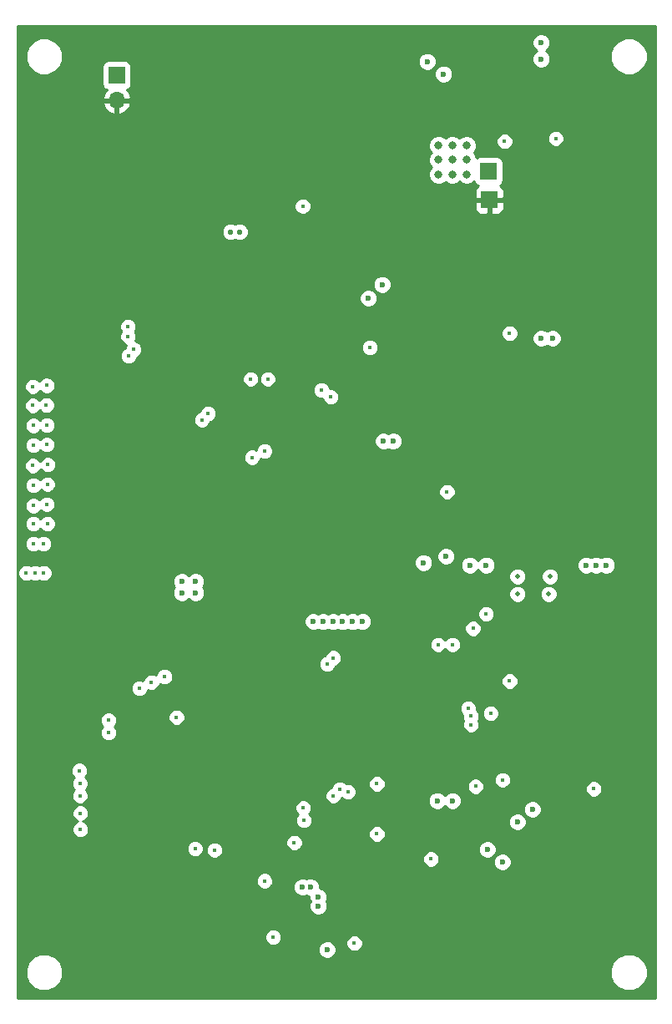
<source format=gbr>
G04 #@! TF.GenerationSoftware,KiCad,Pcbnew,(5.0.0-rc2-dev-491-g430239499)*
G04 #@! TF.CreationDate,2018-09-21T18:59:49-07:00*
G04 #@! TF.ProjectId,PCB_Rev3,5043425F526576332E6B696361645F70,rev?*
G04 #@! TF.SameCoordinates,Original*
G04 #@! TF.FileFunction,Copper,L2,Inr,Signal*
G04 #@! TF.FilePolarity,Positive*
%FSLAX46Y46*%
G04 Gerber Fmt 4.6, Leading zero omitted, Abs format (unit mm)*
G04 Created by KiCad (PCBNEW (5.0.0-rc2-dev-491-g430239499)) date 09/21/18 18:59:49*
%MOMM*%
%LPD*%
G01*
G04 APERTURE LIST*
%ADD10R,1.700000X1.700000*%
%ADD11O,1.700000X1.700000*%
%ADD12C,0.500000*%
%ADD13C,0.800000*%
%ADD14C,0.450000*%
%ADD15C,0.600000*%
%ADD16C,0.550000*%
%ADD17C,0.254000*%
G04 APERTURE END LIST*
D10*
X182181500Y-64681100D03*
D11*
X144399000Y-54610000D03*
D10*
X144399000Y-52070000D03*
X182118000Y-61810900D03*
D12*
X164211000Y-62992000D03*
X167259000Y-62801500D03*
X168846500Y-61404500D03*
D13*
X177038000Y-59182000D03*
X177038000Y-60642500D03*
X177038000Y-62103000D03*
X178435000Y-62103000D03*
X178435000Y-59182000D03*
X178435000Y-60642500D03*
X179895500Y-59182000D03*
X179895500Y-62103000D03*
X179895500Y-60642500D03*
D14*
X163258500Y-65341500D03*
D12*
X185039000Y-104648000D03*
X185039000Y-102870000D03*
D14*
X160274000Y-139446000D03*
X159385000Y-133731000D03*
D12*
X188341000Y-102870000D03*
X188214000Y-104648000D03*
D14*
X181864000Y-106670000D03*
X180530500Y-108140500D03*
X189357000Y-105283000D03*
X190171200Y-105283000D03*
X189357000Y-106783000D03*
X190171200Y-106783000D03*
X189357000Y-108283000D03*
X190171200Y-108283000D03*
X159867600Y-69342000D03*
X159867600Y-70866000D03*
X160731200Y-69342000D03*
X160731200Y-70866000D03*
D15*
X157480000Y-54991000D03*
X157480000Y-53975000D03*
X159258000Y-53975000D03*
X159258000Y-54991000D03*
X161036000Y-54991000D03*
X161036000Y-53975000D03*
X177673000Y-67056000D03*
X177673000Y-70993000D03*
X179578000Y-70485000D03*
X179578000Y-74168000D03*
X181610000Y-67056000D03*
X181610000Y-70993000D03*
D14*
X174625000Y-75184000D03*
X174625000Y-75819000D03*
D15*
X171323000Y-78105000D03*
X170053000Y-76708000D03*
X175260000Y-79629000D03*
X175260000Y-80899000D03*
X173736000Y-80899000D03*
X179451000Y-80518000D03*
X180848000Y-80518000D03*
X180848000Y-81788000D03*
X179451000Y-81788000D03*
X191643000Y-80010000D03*
X192405000Y-81915000D03*
X192405000Y-83312000D03*
X191897000Y-84963000D03*
X175387000Y-86106000D03*
X175387000Y-87757000D03*
X168402000Y-88519000D03*
X169926000Y-90170000D03*
X175895000Y-48641000D03*
X187452000Y-55753000D03*
X187452000Y-54610000D03*
X187452000Y-57023000D03*
X192659000Y-57023000D03*
X192659000Y-54610000D03*
X192659000Y-55753000D03*
X152781000Y-68707000D03*
X154305000Y-70104000D03*
X171323000Y-54991000D03*
X173355000Y-54991000D03*
X175514000Y-54991000D03*
X169545000Y-55880000D03*
X162306000Y-56007000D03*
X171323000Y-53594000D03*
X173355000Y-53594000D03*
X175514000Y-53594000D03*
X169545000Y-54356000D03*
X162306000Y-54610000D03*
X172720000Y-64770000D03*
X173990000Y-64770000D03*
X164211000Y-52324000D03*
X165735000Y-52324000D03*
X167259000Y-52324000D03*
X163957000Y-69342000D03*
X165354000Y-70866000D03*
X173609000Y-101981000D03*
X172085000Y-103251000D03*
X172085000Y-104775000D03*
X173609000Y-106045000D03*
D14*
X176784000Y-106299000D03*
X176784000Y-107315000D03*
X176784000Y-108331000D03*
D15*
X186563000Y-100203000D03*
X186563000Y-99060000D03*
X185039000Y-98044000D03*
X188341000Y-98044000D03*
X186563000Y-98044000D03*
X183515000Y-100076000D03*
X189992000Y-100076000D03*
X189992000Y-98933000D03*
X183515000Y-98933000D03*
X187198000Y-114554000D03*
X185547000Y-115951000D03*
X187198000Y-117475000D03*
X194056000Y-120015000D03*
X195834000Y-118745000D03*
X195834000Y-121412000D03*
X175895000Y-119126000D03*
X176911000Y-120650000D03*
X178435000Y-120650000D03*
X177800000Y-128778000D03*
X176149000Y-127508000D03*
X180086000Y-130429000D03*
X178054000Y-130429000D03*
X178054000Y-131572000D03*
X172593000Y-126111000D03*
X178816000Y-141478000D03*
X177165000Y-141478000D03*
X186055000Y-141478000D03*
X186055000Y-142494000D03*
X187833000Y-141478000D03*
X187833000Y-142494000D03*
X185674000Y-136017000D03*
X186817000Y-136017000D03*
X185674000Y-136779000D03*
X186817000Y-136779000D03*
X188468000Y-126492000D03*
X189865000Y-127635000D03*
X164338000Y-99568000D03*
X165354000Y-99568000D03*
X166370000Y-99568000D03*
X167386000Y-99568000D03*
X168275000Y-99568000D03*
X169164000Y-99568000D03*
X151003000Y-104521000D03*
X186563000Y-126492000D03*
X192024000Y-101727000D03*
X177800000Y-100838000D03*
X187452000Y-50419000D03*
X187452000Y-78740000D03*
X188595000Y-78740000D03*
D16*
X156845000Y-67945000D03*
X155956000Y-67945000D03*
D15*
X171323000Y-73279000D03*
X169926000Y-74676000D03*
X171450000Y-89154000D03*
X172466000Y-89154000D03*
X187452000Y-48768000D03*
X177546000Y-51943000D03*
X175895000Y-50673000D03*
X175514000Y-101473000D03*
X180213000Y-101727000D03*
X181864000Y-101727000D03*
X193040000Y-101727000D03*
X194056000Y-101727000D03*
X185039000Y-127762000D03*
X176911000Y-125603000D03*
X178435000Y-125603000D03*
X183515000Y-131826000D03*
X181991000Y-130556000D03*
X165735000Y-140716000D03*
X164846000Y-136271000D03*
X163195000Y-134366000D03*
X164084000Y-134366000D03*
X164846000Y-135382000D03*
X151003000Y-103378000D03*
X152400000Y-103378000D03*
X152400000Y-104521000D03*
X164312600Y-107442000D03*
X165328600Y-107442000D03*
X166344600Y-107442000D03*
X167309800Y-107442000D03*
X168325800Y-107442000D03*
X169341800Y-107442000D03*
D14*
X135940800Y-89560400D03*
X154330400Y-130606800D03*
X140665200Y-125095003D03*
X137007600Y-102514400D03*
X146710400Y-114198400D03*
X137312400Y-95554800D03*
X143560800Y-117449600D03*
X135940800Y-95707200D03*
X149250400Y-113030000D03*
X137363200Y-93522800D03*
X147929600Y-113588800D03*
X135940800Y-93624400D03*
X135890000Y-91643200D03*
X163372800Y-127609600D03*
X180035200Y-116230400D03*
X182321200Y-116738400D03*
X137414000Y-91541600D03*
X163322000Y-126339600D03*
X192786000Y-124409200D03*
X135940800Y-87579200D03*
X170789600Y-123901200D03*
X137312400Y-87528400D03*
X170789600Y-128981200D03*
X137312400Y-89509600D03*
X180340000Y-117906800D03*
X135890000Y-83616800D03*
X180340000Y-117043200D03*
X137312400Y-83515200D03*
X137261600Y-85496400D03*
X183540400Y-123494800D03*
X135890000Y-85547200D03*
X180797200Y-124155200D03*
X145592800Y-80518000D03*
X177901600Y-94284800D03*
X145542000Y-77520800D03*
X170078400Y-79654400D03*
X166116000Y-84683600D03*
X146112544Y-79849821D03*
X165150800Y-83972400D03*
X145542000Y-78536800D03*
X176987200Y-109778800D03*
X178460400Y-109778800D03*
X167843200Y-124714000D03*
X176276000Y-131521200D03*
X184251600Y-113487200D03*
X184251600Y-78232000D03*
X168503600Y-140055600D03*
X188925200Y-58470800D03*
X162407600Y-129844800D03*
X183743600Y-58775600D03*
X153670000Y-86360000D03*
X159385000Y-90170000D03*
X166370000Y-125095000D03*
X166370000Y-111125000D03*
X153035000Y-86995000D03*
X158115000Y-90805000D03*
X167005000Y-124460000D03*
X165735000Y-111760000D03*
X159715200Y-82854800D03*
X157988000Y-82854800D03*
X140716000Y-126873000D03*
X136093200Y-102514400D03*
X152349200Y-130454400D03*
X140716000Y-128524000D03*
X135229600Y-102514400D03*
X140665200Y-123850400D03*
X135940800Y-99568000D03*
X140614400Y-122555003D03*
X136956800Y-99568000D03*
X143560800Y-118719600D03*
X135940800Y-97536000D03*
X150469600Y-117144800D03*
X137363200Y-97536000D03*
D15*
X153416000Y-118618000D03*
X156416000Y-118618000D03*
X159416000Y-118618000D03*
X153416000Y-121618000D03*
X156416000Y-121618000D03*
X159416000Y-121618000D03*
X153416000Y-124618000D03*
X156416000Y-124618000D03*
X159416000Y-124618000D03*
X152781000Y-119253000D03*
X155781000Y-119253000D03*
X158781000Y-119253000D03*
X152781000Y-122253000D03*
X155781000Y-122253000D03*
X158781000Y-122253000D03*
X152781000Y-125253000D03*
X155781000Y-125253000D03*
X158781000Y-125253000D03*
X153416000Y-120015000D03*
X156416000Y-120015000D03*
X159416000Y-120015000D03*
X153416000Y-123015000D03*
X156416000Y-123015000D03*
X159416000Y-123015000D03*
X153416000Y-126015000D03*
X156416000Y-126015000D03*
X159416000Y-126015000D03*
X154051000Y-119253000D03*
X157051000Y-119253000D03*
X160051000Y-119253000D03*
X154051000Y-122253000D03*
X157051000Y-122253000D03*
X160051000Y-122253000D03*
X154051000Y-125253000D03*
X157051000Y-125253000D03*
X160051000Y-125253000D03*
D14*
X163576000Y-133223000D03*
X143891000Y-129679700D03*
X143891000Y-130822700D03*
X143891000Y-132346700D03*
X144018000Y-115697000D03*
X185115200Y-77724000D03*
D15*
X167259000Y-51054000D03*
X164211000Y-51054000D03*
X165735000Y-51054000D03*
X184111900Y-125488700D03*
D14*
X161950400Y-139293600D03*
X162775900Y-139293600D03*
X163626800Y-139293600D03*
X157975300Y-139141200D03*
X158991300Y-139141200D03*
X143891000Y-131445000D03*
D15*
X136359900Y-129971800D03*
X137655300Y-129971800D03*
X136994900Y-130721100D03*
D14*
X158127700Y-130581400D03*
D15*
X165735000Y-142367000D03*
D14*
X145161000Y-133858000D03*
X146161000Y-133858000D03*
X147161000Y-133858000D03*
X150288000Y-133858000D03*
X151288000Y-133858000D03*
X152288000Y-133858000D03*
X153288000Y-133858000D03*
X145161000Y-134858000D03*
X146161000Y-134858000D03*
X147161000Y-134858000D03*
X151288000Y-134858000D03*
X152288000Y-134858000D03*
X153288000Y-134858000D03*
X145161000Y-135858000D03*
X146161000Y-135858000D03*
X147161000Y-135858000D03*
X151288000Y-135858000D03*
X152288000Y-135858000D03*
X153288000Y-135858000D03*
X145161000Y-136858000D03*
X146161000Y-136858000D03*
X147161000Y-136858000D03*
X151288000Y-136858000D03*
X152288000Y-136858000D03*
X153288000Y-136858000D03*
X145161000Y-137858000D03*
X146161000Y-137858000D03*
X147161000Y-137858000D03*
X150288000Y-137858000D03*
X151288000Y-137858000D03*
X152288000Y-137858000D03*
X153288000Y-137858000D03*
X145161000Y-138858000D03*
X146161000Y-138858000D03*
X147161000Y-138858000D03*
X150288000Y-138858000D03*
X151288000Y-138858000D03*
X152288000Y-138858000D03*
X153288000Y-138858000D03*
X145161000Y-139858000D03*
X146161000Y-139858000D03*
X147161000Y-139858000D03*
X150288000Y-139858000D03*
X151288000Y-139858000D03*
X152288000Y-139858000D03*
X153288000Y-139858000D03*
X147161000Y-140858000D03*
X151288000Y-140858000D03*
X147161000Y-141858000D03*
X151288000Y-141858000D03*
X147161000Y-142858000D03*
X151288000Y-142858000D03*
X148050000Y-133858000D03*
X148050000Y-139858000D03*
X148050000Y-137858000D03*
X148050000Y-138858000D03*
D15*
X134620000Y-53498000D03*
X134620000Y-56498000D03*
X134620000Y-59498000D03*
X134620000Y-62498000D03*
X134620000Y-65498000D03*
X134620000Y-68498000D03*
X134620000Y-71498000D03*
X134620000Y-74498000D03*
X134620000Y-77498000D03*
X134620000Y-80498000D03*
X140335000Y-47498000D03*
X143335000Y-47498000D03*
X146335000Y-47498000D03*
X149335000Y-47498000D03*
X152335000Y-47498000D03*
X155335000Y-47498000D03*
X158335000Y-47498000D03*
X161335000Y-47498000D03*
X164335000Y-47498000D03*
X167335000Y-47498000D03*
X170335000Y-47498000D03*
X173335000Y-47498000D03*
X134493000Y-106553000D03*
X134493000Y-109553000D03*
X134493000Y-112553000D03*
X134493000Y-115553000D03*
X134493000Y-118553000D03*
X134493000Y-121553000D03*
X134493000Y-124553000D03*
X134493000Y-127553000D03*
X134493000Y-130553000D03*
X134493000Y-133553000D03*
X134493000Y-136553000D03*
X134493000Y-139553000D03*
X198805800Y-52324000D03*
X198805800Y-55324000D03*
X198805800Y-58324000D03*
X198805800Y-61324000D03*
X198805800Y-64324000D03*
X198805800Y-67324000D03*
X198805800Y-70324000D03*
X198805800Y-73324000D03*
X198805800Y-76324000D03*
X198805800Y-79324000D03*
X198805800Y-82324000D03*
X198805800Y-85324000D03*
X198805800Y-88324000D03*
X198805800Y-91324000D03*
X198805800Y-94324000D03*
X198805800Y-97324000D03*
X198805800Y-100324000D03*
X198805800Y-103324000D03*
X198805800Y-82324000D03*
X198805800Y-85324000D03*
X198805800Y-88324000D03*
X198805800Y-91324000D03*
X198805800Y-94324000D03*
X198805800Y-97324000D03*
X198805800Y-100324000D03*
X198805800Y-103324000D03*
X198805800Y-82324000D03*
X198805800Y-85324000D03*
X198805800Y-88324000D03*
X198805800Y-91324000D03*
X198805800Y-94324000D03*
X198805800Y-97324000D03*
X198805800Y-100324000D03*
X198805800Y-103324000D03*
X198805800Y-106324000D03*
X198805800Y-109324000D03*
X198805800Y-112324000D03*
X198805800Y-115324000D03*
X198805800Y-118324000D03*
X198805800Y-121324000D03*
X198805800Y-124324000D03*
X198805800Y-127324000D03*
X198805800Y-130324000D03*
X198805800Y-133324000D03*
X198805800Y-136324000D03*
X198805800Y-139324000D03*
X158889700Y-145415000D03*
X161889700Y-145415000D03*
X164889700Y-145415000D03*
X167889700Y-145415000D03*
X170889700Y-145415000D03*
X173889700Y-145415000D03*
X176889700Y-145415000D03*
X179889700Y-145415000D03*
X182889700Y-145415000D03*
X185889700Y-145415000D03*
X188889700Y-145415000D03*
X191889700Y-145415000D03*
X150825200Y-96240600D03*
X152325200Y-96240600D03*
X153825200Y-96240600D03*
X150825200Y-97740600D03*
X152325200Y-97740600D03*
X153825200Y-97740600D03*
X150825200Y-99240600D03*
X152325200Y-99240600D03*
X153825200Y-99240600D03*
X150825200Y-100740600D03*
X152325200Y-100740600D03*
X153825200Y-100740600D03*
D17*
G36*
X198990001Y-145645000D02*
X134314000Y-145645000D01*
X134314000Y-142627050D01*
X135148000Y-142627050D01*
X135148000Y-143376950D01*
X135434974Y-144069767D01*
X135965233Y-144600026D01*
X136658050Y-144887000D01*
X137407950Y-144887000D01*
X138100767Y-144600026D01*
X138631026Y-144069767D01*
X138918000Y-143376950D01*
X138918000Y-142627050D01*
X194457000Y-142627050D01*
X194457000Y-143376950D01*
X194743974Y-144069767D01*
X195274233Y-144600026D01*
X195967050Y-144887000D01*
X196716950Y-144887000D01*
X197409767Y-144600026D01*
X197940026Y-144069767D01*
X198227000Y-143376950D01*
X198227000Y-142627050D01*
X197940026Y-141934233D01*
X197409767Y-141403974D01*
X196716950Y-141117000D01*
X195967050Y-141117000D01*
X195274233Y-141403974D01*
X194743974Y-141934233D01*
X194457000Y-142627050D01*
X138918000Y-142627050D01*
X138631026Y-141934233D01*
X138100767Y-141403974D01*
X137407950Y-141117000D01*
X136658050Y-141117000D01*
X135965233Y-141403974D01*
X135434974Y-141934233D01*
X135148000Y-142627050D01*
X134314000Y-142627050D01*
X134314000Y-140530017D01*
X164800000Y-140530017D01*
X164800000Y-140901983D01*
X164942345Y-141245635D01*
X165205365Y-141508655D01*
X165549017Y-141651000D01*
X165920983Y-141651000D01*
X166264635Y-141508655D01*
X166527655Y-141245635D01*
X166670000Y-140901983D01*
X166670000Y-140530017D01*
X166527655Y-140186365D01*
X166264635Y-139923345D01*
X166170940Y-139884535D01*
X167643600Y-139884535D01*
X167643600Y-140226665D01*
X167774528Y-140542751D01*
X168016449Y-140784672D01*
X168332535Y-140915600D01*
X168674665Y-140915600D01*
X168990751Y-140784672D01*
X169232672Y-140542751D01*
X169363600Y-140226665D01*
X169363600Y-139884535D01*
X169232672Y-139568449D01*
X168990751Y-139326528D01*
X168674665Y-139195600D01*
X168332535Y-139195600D01*
X168016449Y-139326528D01*
X167774528Y-139568449D01*
X167643600Y-139884535D01*
X166170940Y-139884535D01*
X165920983Y-139781000D01*
X165549017Y-139781000D01*
X165205365Y-139923345D01*
X164942345Y-140186365D01*
X164800000Y-140530017D01*
X134314000Y-140530017D01*
X134314000Y-139274935D01*
X159414000Y-139274935D01*
X159414000Y-139617065D01*
X159544928Y-139933151D01*
X159786849Y-140175072D01*
X160102935Y-140306000D01*
X160445065Y-140306000D01*
X160761151Y-140175072D01*
X161003072Y-139933151D01*
X161134000Y-139617065D01*
X161134000Y-139274935D01*
X161003072Y-138958849D01*
X160761151Y-138716928D01*
X160445065Y-138586000D01*
X160102935Y-138586000D01*
X159786849Y-138716928D01*
X159544928Y-138958849D01*
X159414000Y-139274935D01*
X134314000Y-139274935D01*
X134314000Y-133559935D01*
X158525000Y-133559935D01*
X158525000Y-133902065D01*
X158655928Y-134218151D01*
X158897849Y-134460072D01*
X159213935Y-134591000D01*
X159556065Y-134591000D01*
X159872151Y-134460072D01*
X160114072Y-134218151D01*
X160129867Y-134180017D01*
X162260000Y-134180017D01*
X162260000Y-134551983D01*
X162402345Y-134895635D01*
X162665365Y-135158655D01*
X163009017Y-135301000D01*
X163380983Y-135301000D01*
X163639500Y-135193919D01*
X163898017Y-135301000D01*
X163911000Y-135301000D01*
X163911000Y-135567983D01*
X164018081Y-135826500D01*
X163911000Y-136085017D01*
X163911000Y-136456983D01*
X164053345Y-136800635D01*
X164316365Y-137063655D01*
X164660017Y-137206000D01*
X165031983Y-137206000D01*
X165375635Y-137063655D01*
X165638655Y-136800635D01*
X165781000Y-136456983D01*
X165781000Y-136085017D01*
X165673919Y-135826500D01*
X165781000Y-135567983D01*
X165781000Y-135196017D01*
X165638655Y-134852365D01*
X165375635Y-134589345D01*
X165031983Y-134447000D01*
X165019000Y-134447000D01*
X165019000Y-134180017D01*
X164876655Y-133836365D01*
X164613635Y-133573345D01*
X164269983Y-133431000D01*
X163898017Y-133431000D01*
X163639500Y-133538081D01*
X163380983Y-133431000D01*
X163009017Y-133431000D01*
X162665365Y-133573345D01*
X162402345Y-133836365D01*
X162260000Y-134180017D01*
X160129867Y-134180017D01*
X160245000Y-133902065D01*
X160245000Y-133559935D01*
X160114072Y-133243849D01*
X159872151Y-133001928D01*
X159556065Y-132871000D01*
X159213935Y-132871000D01*
X158897849Y-133001928D01*
X158655928Y-133243849D01*
X158525000Y-133559935D01*
X134314000Y-133559935D01*
X134314000Y-130283335D01*
X151489200Y-130283335D01*
X151489200Y-130625465D01*
X151620128Y-130941551D01*
X151862049Y-131183472D01*
X152178135Y-131314400D01*
X152520265Y-131314400D01*
X152836351Y-131183472D01*
X153078272Y-130941551D01*
X153209200Y-130625465D01*
X153209200Y-130435735D01*
X153470400Y-130435735D01*
X153470400Y-130777865D01*
X153601328Y-131093951D01*
X153843249Y-131335872D01*
X154159335Y-131466800D01*
X154501465Y-131466800D01*
X154783117Y-131350135D01*
X175416000Y-131350135D01*
X175416000Y-131692265D01*
X175546928Y-132008351D01*
X175788849Y-132250272D01*
X176104935Y-132381200D01*
X176447065Y-132381200D01*
X176763151Y-132250272D01*
X177005072Y-132008351D01*
X177136000Y-131692265D01*
X177136000Y-131640017D01*
X182580000Y-131640017D01*
X182580000Y-132011983D01*
X182722345Y-132355635D01*
X182985365Y-132618655D01*
X183329017Y-132761000D01*
X183700983Y-132761000D01*
X184044635Y-132618655D01*
X184307655Y-132355635D01*
X184450000Y-132011983D01*
X184450000Y-131640017D01*
X184307655Y-131296365D01*
X184044635Y-131033345D01*
X183700983Y-130891000D01*
X183329017Y-130891000D01*
X182985365Y-131033345D01*
X182722345Y-131296365D01*
X182580000Y-131640017D01*
X177136000Y-131640017D01*
X177136000Y-131350135D01*
X177005072Y-131034049D01*
X176763151Y-130792128D01*
X176447065Y-130661200D01*
X176104935Y-130661200D01*
X175788849Y-130792128D01*
X175546928Y-131034049D01*
X175416000Y-131350135D01*
X154783117Y-131350135D01*
X154817551Y-131335872D01*
X155059472Y-131093951D01*
X155190400Y-130777865D01*
X155190400Y-130435735D01*
X155059472Y-130119649D01*
X154817551Y-129877728D01*
X154501465Y-129746800D01*
X154159335Y-129746800D01*
X153843249Y-129877728D01*
X153601328Y-130119649D01*
X153470400Y-130435735D01*
X153209200Y-130435735D01*
X153209200Y-130283335D01*
X153078272Y-129967249D01*
X152836351Y-129725328D01*
X152711796Y-129673735D01*
X161547600Y-129673735D01*
X161547600Y-130015865D01*
X161678528Y-130331951D01*
X161920449Y-130573872D01*
X162236535Y-130704800D01*
X162578665Y-130704800D01*
X162894751Y-130573872D01*
X163098606Y-130370017D01*
X181056000Y-130370017D01*
X181056000Y-130741983D01*
X181198345Y-131085635D01*
X181461365Y-131348655D01*
X181805017Y-131491000D01*
X182176983Y-131491000D01*
X182520635Y-131348655D01*
X182783655Y-131085635D01*
X182926000Y-130741983D01*
X182926000Y-130370017D01*
X182783655Y-130026365D01*
X182520635Y-129763345D01*
X182176983Y-129621000D01*
X181805017Y-129621000D01*
X181461365Y-129763345D01*
X181198345Y-130026365D01*
X181056000Y-130370017D01*
X163098606Y-130370017D01*
X163136672Y-130331951D01*
X163267600Y-130015865D01*
X163267600Y-129673735D01*
X163136672Y-129357649D01*
X162894751Y-129115728D01*
X162578665Y-128984800D01*
X162236535Y-128984800D01*
X161920449Y-129115728D01*
X161678528Y-129357649D01*
X161547600Y-129673735D01*
X152711796Y-129673735D01*
X152520265Y-129594400D01*
X152178135Y-129594400D01*
X151862049Y-129725328D01*
X151620128Y-129967249D01*
X151489200Y-130283335D01*
X134314000Y-130283335D01*
X134314000Y-126701935D01*
X139856000Y-126701935D01*
X139856000Y-127044065D01*
X139986928Y-127360151D01*
X140228849Y-127602072D01*
X140461645Y-127698500D01*
X140228849Y-127794928D01*
X139986928Y-128036849D01*
X139856000Y-128352935D01*
X139856000Y-128695065D01*
X139986928Y-129011151D01*
X140228849Y-129253072D01*
X140544935Y-129384000D01*
X140887065Y-129384000D01*
X141203151Y-129253072D01*
X141445072Y-129011151D01*
X141528336Y-128810135D01*
X169929600Y-128810135D01*
X169929600Y-129152265D01*
X170060528Y-129468351D01*
X170302449Y-129710272D01*
X170618535Y-129841200D01*
X170960665Y-129841200D01*
X171276751Y-129710272D01*
X171518672Y-129468351D01*
X171649600Y-129152265D01*
X171649600Y-128810135D01*
X171518672Y-128494049D01*
X171276751Y-128252128D01*
X170960665Y-128121200D01*
X170618535Y-128121200D01*
X170302449Y-128252128D01*
X170060528Y-128494049D01*
X169929600Y-128810135D01*
X141528336Y-128810135D01*
X141576000Y-128695065D01*
X141576000Y-128352935D01*
X141445072Y-128036849D01*
X141203151Y-127794928D01*
X140970355Y-127698500D01*
X141203151Y-127602072D01*
X141445072Y-127360151D01*
X141576000Y-127044065D01*
X141576000Y-126701935D01*
X141445072Y-126385849D01*
X141227758Y-126168535D01*
X162462000Y-126168535D01*
X162462000Y-126510665D01*
X162592928Y-126826751D01*
X162766177Y-127000000D01*
X162643728Y-127122449D01*
X162512800Y-127438535D01*
X162512800Y-127780665D01*
X162643728Y-128096751D01*
X162885649Y-128338672D01*
X163201735Y-128469600D01*
X163543865Y-128469600D01*
X163859951Y-128338672D01*
X164101872Y-128096751D01*
X164232800Y-127780665D01*
X164232800Y-127576017D01*
X184104000Y-127576017D01*
X184104000Y-127947983D01*
X184246345Y-128291635D01*
X184509365Y-128554655D01*
X184853017Y-128697000D01*
X185224983Y-128697000D01*
X185568635Y-128554655D01*
X185831655Y-128291635D01*
X185974000Y-127947983D01*
X185974000Y-127576017D01*
X185831655Y-127232365D01*
X185568635Y-126969345D01*
X185224983Y-126827000D01*
X184853017Y-126827000D01*
X184509365Y-126969345D01*
X184246345Y-127232365D01*
X184104000Y-127576017D01*
X164232800Y-127576017D01*
X164232800Y-127438535D01*
X164101872Y-127122449D01*
X163928623Y-126949200D01*
X164051072Y-126826751D01*
X164182000Y-126510665D01*
X164182000Y-126168535D01*
X164051072Y-125852449D01*
X163809151Y-125610528D01*
X163493065Y-125479600D01*
X163150935Y-125479600D01*
X162834849Y-125610528D01*
X162592928Y-125852449D01*
X162462000Y-126168535D01*
X141227758Y-126168535D01*
X141203151Y-126143928D01*
X140887065Y-126013000D01*
X140544935Y-126013000D01*
X140228849Y-126143928D01*
X139986928Y-126385849D01*
X139856000Y-126701935D01*
X134314000Y-126701935D01*
X134314000Y-122383938D01*
X139754400Y-122383938D01*
X139754400Y-122726068D01*
X139885328Y-123042154D01*
X140071276Y-123228102D01*
X139936128Y-123363249D01*
X139805200Y-123679335D01*
X139805200Y-124021465D01*
X139936128Y-124337551D01*
X140071279Y-124472702D01*
X139936128Y-124607852D01*
X139805200Y-124923938D01*
X139805200Y-125266068D01*
X139936128Y-125582154D01*
X140178049Y-125824075D01*
X140494135Y-125955003D01*
X140836265Y-125955003D01*
X141152351Y-125824075D01*
X141394272Y-125582154D01*
X141525200Y-125266068D01*
X141525200Y-124923938D01*
X141525199Y-124923935D01*
X165510000Y-124923935D01*
X165510000Y-125266065D01*
X165640928Y-125582151D01*
X165882849Y-125824072D01*
X166198935Y-125955000D01*
X166541065Y-125955000D01*
X166857151Y-125824072D01*
X167099072Y-125582151D01*
X167214203Y-125304203D01*
X167216308Y-125303331D01*
X167356049Y-125443072D01*
X167672135Y-125574000D01*
X168014265Y-125574000D01*
X168330351Y-125443072D01*
X168356406Y-125417017D01*
X175976000Y-125417017D01*
X175976000Y-125788983D01*
X176118345Y-126132635D01*
X176381365Y-126395655D01*
X176725017Y-126538000D01*
X177096983Y-126538000D01*
X177440635Y-126395655D01*
X177673000Y-126163290D01*
X177905365Y-126395655D01*
X178249017Y-126538000D01*
X178620983Y-126538000D01*
X178964635Y-126395655D01*
X179054273Y-126306017D01*
X185628000Y-126306017D01*
X185628000Y-126677983D01*
X185770345Y-127021635D01*
X186033365Y-127284655D01*
X186377017Y-127427000D01*
X186748983Y-127427000D01*
X187092635Y-127284655D01*
X187355655Y-127021635D01*
X187498000Y-126677983D01*
X187498000Y-126306017D01*
X187355655Y-125962365D01*
X187092635Y-125699345D01*
X186748983Y-125557000D01*
X186377017Y-125557000D01*
X186033365Y-125699345D01*
X185770345Y-125962365D01*
X185628000Y-126306017D01*
X179054273Y-126306017D01*
X179227655Y-126132635D01*
X179370000Y-125788983D01*
X179370000Y-125417017D01*
X179227655Y-125073365D01*
X178964635Y-124810345D01*
X178620983Y-124668000D01*
X178249017Y-124668000D01*
X177905365Y-124810345D01*
X177673000Y-125042710D01*
X177440635Y-124810345D01*
X177096983Y-124668000D01*
X176725017Y-124668000D01*
X176381365Y-124810345D01*
X176118345Y-125073365D01*
X175976000Y-125417017D01*
X168356406Y-125417017D01*
X168572272Y-125201151D01*
X168703200Y-124885065D01*
X168703200Y-124542935D01*
X168572272Y-124226849D01*
X168330351Y-123984928D01*
X168014265Y-123854000D01*
X167672135Y-123854000D01*
X167631892Y-123870669D01*
X167492151Y-123730928D01*
X167490237Y-123730135D01*
X169929600Y-123730135D01*
X169929600Y-124072265D01*
X170060528Y-124388351D01*
X170302449Y-124630272D01*
X170618535Y-124761200D01*
X170960665Y-124761200D01*
X171276751Y-124630272D01*
X171518672Y-124388351D01*
X171649600Y-124072265D01*
X171649600Y-123984135D01*
X179937200Y-123984135D01*
X179937200Y-124326265D01*
X180068128Y-124642351D01*
X180310049Y-124884272D01*
X180626135Y-125015200D01*
X180968265Y-125015200D01*
X181284351Y-124884272D01*
X181526272Y-124642351D01*
X181657200Y-124326265D01*
X181657200Y-123984135D01*
X181526272Y-123668049D01*
X181284351Y-123426128D01*
X181037155Y-123323735D01*
X182680400Y-123323735D01*
X182680400Y-123665865D01*
X182811328Y-123981951D01*
X183053249Y-124223872D01*
X183369335Y-124354800D01*
X183711465Y-124354800D01*
X183993117Y-124238135D01*
X191926000Y-124238135D01*
X191926000Y-124580265D01*
X192056928Y-124896351D01*
X192298849Y-125138272D01*
X192614935Y-125269200D01*
X192957065Y-125269200D01*
X193273151Y-125138272D01*
X193515072Y-124896351D01*
X193646000Y-124580265D01*
X193646000Y-124238135D01*
X193515072Y-123922049D01*
X193273151Y-123680128D01*
X192957065Y-123549200D01*
X192614935Y-123549200D01*
X192298849Y-123680128D01*
X192056928Y-123922049D01*
X191926000Y-124238135D01*
X183993117Y-124238135D01*
X184027551Y-124223872D01*
X184269472Y-123981951D01*
X184400400Y-123665865D01*
X184400400Y-123323735D01*
X184269472Y-123007649D01*
X184027551Y-122765728D01*
X183711465Y-122634800D01*
X183369335Y-122634800D01*
X183053249Y-122765728D01*
X182811328Y-123007649D01*
X182680400Y-123323735D01*
X181037155Y-123323735D01*
X180968265Y-123295200D01*
X180626135Y-123295200D01*
X180310049Y-123426128D01*
X180068128Y-123668049D01*
X179937200Y-123984135D01*
X171649600Y-123984135D01*
X171649600Y-123730135D01*
X171518672Y-123414049D01*
X171276751Y-123172128D01*
X170960665Y-123041200D01*
X170618535Y-123041200D01*
X170302449Y-123172128D01*
X170060528Y-123414049D01*
X169929600Y-123730135D01*
X167490237Y-123730135D01*
X167176065Y-123600000D01*
X166833935Y-123600000D01*
X166517849Y-123730928D01*
X166275928Y-123972849D01*
X166160797Y-124250797D01*
X165882849Y-124365928D01*
X165640928Y-124607849D01*
X165510000Y-124923935D01*
X141525199Y-124923935D01*
X141394272Y-124607852D01*
X141259122Y-124472702D01*
X141394272Y-124337551D01*
X141525200Y-124021465D01*
X141525200Y-123679335D01*
X141394272Y-123363249D01*
X141208325Y-123177302D01*
X141343472Y-123042154D01*
X141474400Y-122726068D01*
X141474400Y-122383938D01*
X141343472Y-122067852D01*
X141101551Y-121825931D01*
X140785465Y-121695003D01*
X140443335Y-121695003D01*
X140127249Y-121825931D01*
X139885328Y-122067852D01*
X139754400Y-122383938D01*
X134314000Y-122383938D01*
X134314000Y-117278535D01*
X142700800Y-117278535D01*
X142700800Y-117620665D01*
X142831728Y-117936751D01*
X142979577Y-118084600D01*
X142831728Y-118232449D01*
X142700800Y-118548535D01*
X142700800Y-118890665D01*
X142831728Y-119206751D01*
X143073649Y-119448672D01*
X143389735Y-119579600D01*
X143731865Y-119579600D01*
X144047951Y-119448672D01*
X144289872Y-119206751D01*
X144420800Y-118890665D01*
X144420800Y-118548535D01*
X144289872Y-118232449D01*
X144142023Y-118084600D01*
X144289872Y-117936751D01*
X144420800Y-117620665D01*
X144420800Y-117278535D01*
X144294547Y-116973735D01*
X149609600Y-116973735D01*
X149609600Y-117315865D01*
X149740528Y-117631951D01*
X149982449Y-117873872D01*
X150298535Y-118004800D01*
X150640665Y-118004800D01*
X150956751Y-117873872D01*
X151198672Y-117631951D01*
X151329600Y-117315865D01*
X151329600Y-116973735D01*
X151198672Y-116657649D01*
X150956751Y-116415728D01*
X150640665Y-116284800D01*
X150298535Y-116284800D01*
X149982449Y-116415728D01*
X149740528Y-116657649D01*
X149609600Y-116973735D01*
X144294547Y-116973735D01*
X144289872Y-116962449D01*
X144047951Y-116720528D01*
X143731865Y-116589600D01*
X143389735Y-116589600D01*
X143073649Y-116720528D01*
X142831728Y-116962449D01*
X142700800Y-117278535D01*
X134314000Y-117278535D01*
X134314000Y-116059335D01*
X179175200Y-116059335D01*
X179175200Y-116401465D01*
X179306128Y-116717551D01*
X179480000Y-116891423D01*
X179480000Y-117214265D01*
X179588001Y-117475000D01*
X179480000Y-117735735D01*
X179480000Y-118077865D01*
X179610928Y-118393951D01*
X179852849Y-118635872D01*
X180168935Y-118766800D01*
X180511065Y-118766800D01*
X180827151Y-118635872D01*
X181069072Y-118393951D01*
X181200000Y-118077865D01*
X181200000Y-117735735D01*
X181091999Y-117475000D01*
X181200000Y-117214265D01*
X181200000Y-116872135D01*
X181073747Y-116567335D01*
X181461200Y-116567335D01*
X181461200Y-116909465D01*
X181592128Y-117225551D01*
X181834049Y-117467472D01*
X182150135Y-117598400D01*
X182492265Y-117598400D01*
X182808351Y-117467472D01*
X183050272Y-117225551D01*
X183181200Y-116909465D01*
X183181200Y-116567335D01*
X183050272Y-116251249D01*
X182808351Y-116009328D01*
X182492265Y-115878400D01*
X182150135Y-115878400D01*
X181834049Y-116009328D01*
X181592128Y-116251249D01*
X181461200Y-116567335D01*
X181073747Y-116567335D01*
X181069072Y-116556049D01*
X180895200Y-116382177D01*
X180895200Y-116059335D01*
X180764272Y-115743249D01*
X180522351Y-115501328D01*
X180206265Y-115370400D01*
X179864135Y-115370400D01*
X179548049Y-115501328D01*
X179306128Y-115743249D01*
X179175200Y-116059335D01*
X134314000Y-116059335D01*
X134314000Y-114027335D01*
X145850400Y-114027335D01*
X145850400Y-114369465D01*
X145981328Y-114685551D01*
X146223249Y-114927472D01*
X146539335Y-115058400D01*
X146881465Y-115058400D01*
X147197551Y-114927472D01*
X147439472Y-114685551D01*
X147569903Y-114370665D01*
X147758535Y-114448800D01*
X148100665Y-114448800D01*
X148416751Y-114317872D01*
X148658672Y-114075951D01*
X148786021Y-113768505D01*
X149079335Y-113890000D01*
X149421465Y-113890000D01*
X149737551Y-113759072D01*
X149979472Y-113517151D01*
X150062736Y-113316135D01*
X183391600Y-113316135D01*
X183391600Y-113658265D01*
X183522528Y-113974351D01*
X183764449Y-114216272D01*
X184080535Y-114347200D01*
X184422665Y-114347200D01*
X184738751Y-114216272D01*
X184980672Y-113974351D01*
X185111600Y-113658265D01*
X185111600Y-113316135D01*
X184980672Y-113000049D01*
X184738751Y-112758128D01*
X184422665Y-112627200D01*
X184080535Y-112627200D01*
X183764449Y-112758128D01*
X183522528Y-113000049D01*
X183391600Y-113316135D01*
X150062736Y-113316135D01*
X150110400Y-113201065D01*
X150110400Y-112858935D01*
X149979472Y-112542849D01*
X149737551Y-112300928D01*
X149421465Y-112170000D01*
X149079335Y-112170000D01*
X148763249Y-112300928D01*
X148521328Y-112542849D01*
X148393979Y-112850295D01*
X148100665Y-112728800D01*
X147758535Y-112728800D01*
X147442449Y-112859728D01*
X147200528Y-113101649D01*
X147070097Y-113416535D01*
X146881465Y-113338400D01*
X146539335Y-113338400D01*
X146223249Y-113469328D01*
X145981328Y-113711249D01*
X145850400Y-114027335D01*
X134314000Y-114027335D01*
X134314000Y-111588935D01*
X164875000Y-111588935D01*
X164875000Y-111931065D01*
X165005928Y-112247151D01*
X165247849Y-112489072D01*
X165563935Y-112620000D01*
X165906065Y-112620000D01*
X166222151Y-112489072D01*
X166464072Y-112247151D01*
X166579203Y-111969203D01*
X166857151Y-111854072D01*
X167099072Y-111612151D01*
X167230000Y-111296065D01*
X167230000Y-110953935D01*
X167099072Y-110637849D01*
X166857151Y-110395928D01*
X166541065Y-110265000D01*
X166198935Y-110265000D01*
X165882849Y-110395928D01*
X165640928Y-110637849D01*
X165525797Y-110915797D01*
X165247849Y-111030928D01*
X165005928Y-111272849D01*
X164875000Y-111588935D01*
X134314000Y-111588935D01*
X134314000Y-109607735D01*
X176127200Y-109607735D01*
X176127200Y-109949865D01*
X176258128Y-110265951D01*
X176500049Y-110507872D01*
X176816135Y-110638800D01*
X177158265Y-110638800D01*
X177474351Y-110507872D01*
X177716272Y-110265951D01*
X177723800Y-110247777D01*
X177731328Y-110265951D01*
X177973249Y-110507872D01*
X178289335Y-110638800D01*
X178631465Y-110638800D01*
X178947551Y-110507872D01*
X179189472Y-110265951D01*
X179320400Y-109949865D01*
X179320400Y-109607735D01*
X179189472Y-109291649D01*
X178947551Y-109049728D01*
X178631465Y-108918800D01*
X178289335Y-108918800D01*
X177973249Y-109049728D01*
X177731328Y-109291649D01*
X177723800Y-109309823D01*
X177716272Y-109291649D01*
X177474351Y-109049728D01*
X177158265Y-108918800D01*
X176816135Y-108918800D01*
X176500049Y-109049728D01*
X176258128Y-109291649D01*
X176127200Y-109607735D01*
X134314000Y-109607735D01*
X134314000Y-107256017D01*
X163377600Y-107256017D01*
X163377600Y-107627983D01*
X163519945Y-107971635D01*
X163782965Y-108234655D01*
X164126617Y-108377000D01*
X164498583Y-108377000D01*
X164820600Y-108243616D01*
X165142617Y-108377000D01*
X165514583Y-108377000D01*
X165836600Y-108243616D01*
X166158617Y-108377000D01*
X166530583Y-108377000D01*
X166827200Y-108254137D01*
X167123817Y-108377000D01*
X167495783Y-108377000D01*
X167817800Y-108243616D01*
X168139817Y-108377000D01*
X168511783Y-108377000D01*
X168833800Y-108243616D01*
X169155817Y-108377000D01*
X169527783Y-108377000D01*
X169871435Y-108234655D01*
X170134455Y-107971635D01*
X170135366Y-107969435D01*
X179670500Y-107969435D01*
X179670500Y-108311565D01*
X179801428Y-108627651D01*
X180043349Y-108869572D01*
X180359435Y-109000500D01*
X180701565Y-109000500D01*
X181017651Y-108869572D01*
X181259572Y-108627651D01*
X181390500Y-108311565D01*
X181390500Y-107969435D01*
X181259572Y-107653349D01*
X181017651Y-107411428D01*
X180701565Y-107280500D01*
X180359435Y-107280500D01*
X180043349Y-107411428D01*
X179801428Y-107653349D01*
X179670500Y-107969435D01*
X170135366Y-107969435D01*
X170276800Y-107627983D01*
X170276800Y-107256017D01*
X170134455Y-106912365D01*
X169871435Y-106649345D01*
X169527783Y-106507000D01*
X169155817Y-106507000D01*
X168833800Y-106640384D01*
X168511783Y-106507000D01*
X168139817Y-106507000D01*
X167817800Y-106640384D01*
X167495783Y-106507000D01*
X167123817Y-106507000D01*
X166827200Y-106629863D01*
X166530583Y-106507000D01*
X166158617Y-106507000D01*
X165836600Y-106640384D01*
X165514583Y-106507000D01*
X165142617Y-106507000D01*
X164820600Y-106640384D01*
X164498583Y-106507000D01*
X164126617Y-106507000D01*
X163782965Y-106649345D01*
X163519945Y-106912365D01*
X163377600Y-107256017D01*
X134314000Y-107256017D01*
X134314000Y-106498935D01*
X181004000Y-106498935D01*
X181004000Y-106841065D01*
X181134928Y-107157151D01*
X181376849Y-107399072D01*
X181692935Y-107530000D01*
X182035065Y-107530000D01*
X182351151Y-107399072D01*
X182593072Y-107157151D01*
X182724000Y-106841065D01*
X182724000Y-106498935D01*
X182593072Y-106182849D01*
X182351151Y-105940928D01*
X182035065Y-105810000D01*
X181692935Y-105810000D01*
X181376849Y-105940928D01*
X181134928Y-106182849D01*
X181004000Y-106498935D01*
X134314000Y-106498935D01*
X134314000Y-102343335D01*
X134369600Y-102343335D01*
X134369600Y-102685465D01*
X134500528Y-103001551D01*
X134742449Y-103243472D01*
X135058535Y-103374400D01*
X135400665Y-103374400D01*
X135661400Y-103266399D01*
X135922135Y-103374400D01*
X136264265Y-103374400D01*
X136550400Y-103255878D01*
X136836535Y-103374400D01*
X137178665Y-103374400D01*
X137494751Y-103243472D01*
X137546206Y-103192017D01*
X150068000Y-103192017D01*
X150068000Y-103563983D01*
X150210345Y-103907635D01*
X150252210Y-103949500D01*
X150210345Y-103991365D01*
X150068000Y-104335017D01*
X150068000Y-104706983D01*
X150210345Y-105050635D01*
X150473365Y-105313655D01*
X150817017Y-105456000D01*
X151188983Y-105456000D01*
X151532635Y-105313655D01*
X151701500Y-105144790D01*
X151870365Y-105313655D01*
X152214017Y-105456000D01*
X152585983Y-105456000D01*
X152929635Y-105313655D01*
X153192655Y-105050635D01*
X153335000Y-104706983D01*
X153335000Y-104471963D01*
X184154000Y-104471963D01*
X184154000Y-104824037D01*
X184288733Y-105149312D01*
X184537688Y-105398267D01*
X184862963Y-105533000D01*
X185215037Y-105533000D01*
X185540312Y-105398267D01*
X185789267Y-105149312D01*
X185924000Y-104824037D01*
X185924000Y-104471963D01*
X187329000Y-104471963D01*
X187329000Y-104824037D01*
X187463733Y-105149312D01*
X187712688Y-105398267D01*
X188037963Y-105533000D01*
X188390037Y-105533000D01*
X188715312Y-105398267D01*
X188964267Y-105149312D01*
X189099000Y-104824037D01*
X189099000Y-104471963D01*
X188964267Y-104146688D01*
X188715312Y-103897733D01*
X188390037Y-103763000D01*
X188037963Y-103763000D01*
X187712688Y-103897733D01*
X187463733Y-104146688D01*
X187329000Y-104471963D01*
X185924000Y-104471963D01*
X185789267Y-104146688D01*
X185540312Y-103897733D01*
X185215037Y-103763000D01*
X184862963Y-103763000D01*
X184537688Y-103897733D01*
X184288733Y-104146688D01*
X184154000Y-104471963D01*
X153335000Y-104471963D01*
X153335000Y-104335017D01*
X153192655Y-103991365D01*
X153150790Y-103949500D01*
X153192655Y-103907635D01*
X153335000Y-103563983D01*
X153335000Y-103192017D01*
X153192655Y-102848365D01*
X153038253Y-102693963D01*
X184154000Y-102693963D01*
X184154000Y-103046037D01*
X184288733Y-103371312D01*
X184537688Y-103620267D01*
X184862963Y-103755000D01*
X185215037Y-103755000D01*
X185540312Y-103620267D01*
X185789267Y-103371312D01*
X185924000Y-103046037D01*
X185924000Y-102693963D01*
X187456000Y-102693963D01*
X187456000Y-103046037D01*
X187590733Y-103371312D01*
X187839688Y-103620267D01*
X188164963Y-103755000D01*
X188517037Y-103755000D01*
X188842312Y-103620267D01*
X189091267Y-103371312D01*
X189226000Y-103046037D01*
X189226000Y-102693963D01*
X189091267Y-102368688D01*
X188842312Y-102119733D01*
X188517037Y-101985000D01*
X188164963Y-101985000D01*
X187839688Y-102119733D01*
X187590733Y-102368688D01*
X187456000Y-102693963D01*
X185924000Y-102693963D01*
X185789267Y-102368688D01*
X185540312Y-102119733D01*
X185215037Y-101985000D01*
X184862963Y-101985000D01*
X184537688Y-102119733D01*
X184288733Y-102368688D01*
X184154000Y-102693963D01*
X153038253Y-102693963D01*
X152929635Y-102585345D01*
X152585983Y-102443000D01*
X152214017Y-102443000D01*
X151870365Y-102585345D01*
X151701500Y-102754210D01*
X151532635Y-102585345D01*
X151188983Y-102443000D01*
X150817017Y-102443000D01*
X150473365Y-102585345D01*
X150210345Y-102848365D01*
X150068000Y-103192017D01*
X137546206Y-103192017D01*
X137736672Y-103001551D01*
X137867600Y-102685465D01*
X137867600Y-102343335D01*
X137736672Y-102027249D01*
X137494751Y-101785328D01*
X137178665Y-101654400D01*
X136836535Y-101654400D01*
X136550400Y-101772922D01*
X136264265Y-101654400D01*
X135922135Y-101654400D01*
X135661400Y-101762401D01*
X135400665Y-101654400D01*
X135058535Y-101654400D01*
X134742449Y-101785328D01*
X134500528Y-102027249D01*
X134369600Y-102343335D01*
X134314000Y-102343335D01*
X134314000Y-101287017D01*
X174579000Y-101287017D01*
X174579000Y-101658983D01*
X174721345Y-102002635D01*
X174984365Y-102265655D01*
X175328017Y-102408000D01*
X175699983Y-102408000D01*
X176043635Y-102265655D01*
X176306655Y-102002635D01*
X176449000Y-101658983D01*
X176449000Y-101287017D01*
X176306655Y-100943365D01*
X176043635Y-100680345D01*
X175975246Y-100652017D01*
X176865000Y-100652017D01*
X176865000Y-101023983D01*
X177007345Y-101367635D01*
X177270365Y-101630655D01*
X177614017Y-101773000D01*
X177985983Y-101773000D01*
X178329635Y-101630655D01*
X178419273Y-101541017D01*
X179278000Y-101541017D01*
X179278000Y-101912983D01*
X179420345Y-102256635D01*
X179683365Y-102519655D01*
X180027017Y-102662000D01*
X180398983Y-102662000D01*
X180742635Y-102519655D01*
X181005655Y-102256635D01*
X181038500Y-102177340D01*
X181071345Y-102256635D01*
X181334365Y-102519655D01*
X181678017Y-102662000D01*
X182049983Y-102662000D01*
X182393635Y-102519655D01*
X182656655Y-102256635D01*
X182799000Y-101912983D01*
X182799000Y-101541017D01*
X191089000Y-101541017D01*
X191089000Y-101912983D01*
X191231345Y-102256635D01*
X191494365Y-102519655D01*
X191838017Y-102662000D01*
X192209983Y-102662000D01*
X192532000Y-102528616D01*
X192854017Y-102662000D01*
X193225983Y-102662000D01*
X193548000Y-102528616D01*
X193870017Y-102662000D01*
X194241983Y-102662000D01*
X194585635Y-102519655D01*
X194848655Y-102256635D01*
X194991000Y-101912983D01*
X194991000Y-101541017D01*
X194848655Y-101197365D01*
X194585635Y-100934345D01*
X194241983Y-100792000D01*
X193870017Y-100792000D01*
X193548000Y-100925384D01*
X193225983Y-100792000D01*
X192854017Y-100792000D01*
X192532000Y-100925384D01*
X192209983Y-100792000D01*
X191838017Y-100792000D01*
X191494365Y-100934345D01*
X191231345Y-101197365D01*
X191089000Y-101541017D01*
X182799000Y-101541017D01*
X182656655Y-101197365D01*
X182393635Y-100934345D01*
X182049983Y-100792000D01*
X181678017Y-100792000D01*
X181334365Y-100934345D01*
X181071345Y-101197365D01*
X181038500Y-101276660D01*
X181005655Y-101197365D01*
X180742635Y-100934345D01*
X180398983Y-100792000D01*
X180027017Y-100792000D01*
X179683365Y-100934345D01*
X179420345Y-101197365D01*
X179278000Y-101541017D01*
X178419273Y-101541017D01*
X178592655Y-101367635D01*
X178735000Y-101023983D01*
X178735000Y-100652017D01*
X178592655Y-100308365D01*
X178329635Y-100045345D01*
X177985983Y-99903000D01*
X177614017Y-99903000D01*
X177270365Y-100045345D01*
X177007345Y-100308365D01*
X176865000Y-100652017D01*
X175975246Y-100652017D01*
X175699983Y-100538000D01*
X175328017Y-100538000D01*
X174984365Y-100680345D01*
X174721345Y-100943365D01*
X174579000Y-101287017D01*
X134314000Y-101287017D01*
X134314000Y-99396935D01*
X135080800Y-99396935D01*
X135080800Y-99739065D01*
X135211728Y-100055151D01*
X135453649Y-100297072D01*
X135769735Y-100428000D01*
X136111865Y-100428000D01*
X136427951Y-100297072D01*
X136448800Y-100276223D01*
X136469649Y-100297072D01*
X136785735Y-100428000D01*
X137127865Y-100428000D01*
X137443951Y-100297072D01*
X137685872Y-100055151D01*
X137816800Y-99739065D01*
X137816800Y-99396935D01*
X137685872Y-99080849D01*
X137443951Y-98838928D01*
X137127865Y-98708000D01*
X136785735Y-98708000D01*
X136469649Y-98838928D01*
X136448800Y-98859777D01*
X136427951Y-98838928D01*
X136111865Y-98708000D01*
X135769735Y-98708000D01*
X135453649Y-98838928D01*
X135211728Y-99080849D01*
X135080800Y-99396935D01*
X134314000Y-99396935D01*
X134314000Y-97364935D01*
X135080800Y-97364935D01*
X135080800Y-97707065D01*
X135211728Y-98023151D01*
X135453649Y-98265072D01*
X135769735Y-98396000D01*
X136111865Y-98396000D01*
X136427951Y-98265072D01*
X136652000Y-98041023D01*
X136876049Y-98265072D01*
X137192135Y-98396000D01*
X137534265Y-98396000D01*
X137850351Y-98265072D01*
X138092272Y-98023151D01*
X138223200Y-97707065D01*
X138223200Y-97364935D01*
X138092272Y-97048849D01*
X137850351Y-96806928D01*
X137534265Y-96676000D01*
X137192135Y-96676000D01*
X136876049Y-96806928D01*
X136652000Y-97030977D01*
X136427951Y-96806928D01*
X136111865Y-96676000D01*
X135769735Y-96676000D01*
X135453649Y-96806928D01*
X135211728Y-97048849D01*
X135080800Y-97364935D01*
X134314000Y-97364935D01*
X134314000Y-95536135D01*
X135080800Y-95536135D01*
X135080800Y-95878265D01*
X135211728Y-96194351D01*
X135453649Y-96436272D01*
X135769735Y-96567200D01*
X136111865Y-96567200D01*
X136427951Y-96436272D01*
X136669872Y-96194351D01*
X136689161Y-96147784D01*
X136825249Y-96283872D01*
X137141335Y-96414800D01*
X137483465Y-96414800D01*
X137799551Y-96283872D01*
X138041472Y-96041951D01*
X138172400Y-95725865D01*
X138172400Y-95383735D01*
X138041472Y-95067649D01*
X137799551Y-94825728D01*
X137483465Y-94694800D01*
X137141335Y-94694800D01*
X136825249Y-94825728D01*
X136583328Y-95067649D01*
X136564039Y-95114216D01*
X136427951Y-94978128D01*
X136111865Y-94847200D01*
X135769735Y-94847200D01*
X135453649Y-94978128D01*
X135211728Y-95220049D01*
X135080800Y-95536135D01*
X134314000Y-95536135D01*
X134314000Y-93453335D01*
X135080800Y-93453335D01*
X135080800Y-93795465D01*
X135211728Y-94111551D01*
X135453649Y-94353472D01*
X135769735Y-94484400D01*
X136111865Y-94484400D01*
X136427951Y-94353472D01*
X136669872Y-94111551D01*
X136689161Y-94064984D01*
X136876049Y-94251872D01*
X137192135Y-94382800D01*
X137534265Y-94382800D01*
X137850351Y-94251872D01*
X137988488Y-94113735D01*
X177041600Y-94113735D01*
X177041600Y-94455865D01*
X177172528Y-94771951D01*
X177414449Y-95013872D01*
X177730535Y-95144800D01*
X178072665Y-95144800D01*
X178388751Y-95013872D01*
X178630672Y-94771951D01*
X178761600Y-94455865D01*
X178761600Y-94113735D01*
X178630672Y-93797649D01*
X178388751Y-93555728D01*
X178072665Y-93424800D01*
X177730535Y-93424800D01*
X177414449Y-93555728D01*
X177172528Y-93797649D01*
X177041600Y-94113735D01*
X137988488Y-94113735D01*
X138092272Y-94009951D01*
X138223200Y-93693865D01*
X138223200Y-93351735D01*
X138092272Y-93035649D01*
X137850351Y-92793728D01*
X137534265Y-92662800D01*
X137192135Y-92662800D01*
X136876049Y-92793728D01*
X136634128Y-93035649D01*
X136614839Y-93082216D01*
X136427951Y-92895328D01*
X136111865Y-92764400D01*
X135769735Y-92764400D01*
X135453649Y-92895328D01*
X135211728Y-93137249D01*
X135080800Y-93453335D01*
X134314000Y-93453335D01*
X134314000Y-91472135D01*
X135030000Y-91472135D01*
X135030000Y-91814265D01*
X135160928Y-92130351D01*
X135402849Y-92372272D01*
X135718935Y-92503200D01*
X136061065Y-92503200D01*
X136377151Y-92372272D01*
X136619072Y-92130351D01*
X136673042Y-92000056D01*
X136684928Y-92028751D01*
X136926849Y-92270672D01*
X137242935Y-92401600D01*
X137585065Y-92401600D01*
X137901151Y-92270672D01*
X138143072Y-92028751D01*
X138274000Y-91712665D01*
X138274000Y-91370535D01*
X138143072Y-91054449D01*
X137901151Y-90812528D01*
X137585065Y-90681600D01*
X137242935Y-90681600D01*
X136926849Y-90812528D01*
X136684928Y-91054449D01*
X136630958Y-91184744D01*
X136619072Y-91156049D01*
X136377151Y-90914128D01*
X136061065Y-90783200D01*
X135718935Y-90783200D01*
X135402849Y-90914128D01*
X135160928Y-91156049D01*
X135030000Y-91472135D01*
X134314000Y-91472135D01*
X134314000Y-90633935D01*
X157255000Y-90633935D01*
X157255000Y-90976065D01*
X157385928Y-91292151D01*
X157627849Y-91534072D01*
X157943935Y-91665000D01*
X158286065Y-91665000D01*
X158602151Y-91534072D01*
X158844072Y-91292151D01*
X158975000Y-90976065D01*
X158975000Y-90931029D01*
X159213935Y-91030000D01*
X159556065Y-91030000D01*
X159872151Y-90899072D01*
X160114072Y-90657151D01*
X160245000Y-90341065D01*
X160245000Y-89998935D01*
X160114072Y-89682849D01*
X159872151Y-89440928D01*
X159556065Y-89310000D01*
X159213935Y-89310000D01*
X158897849Y-89440928D01*
X158655928Y-89682849D01*
X158525000Y-89998935D01*
X158525000Y-90043971D01*
X158286065Y-89945000D01*
X157943935Y-89945000D01*
X157627849Y-90075928D01*
X157385928Y-90317849D01*
X157255000Y-90633935D01*
X134314000Y-90633935D01*
X134314000Y-89389335D01*
X135080800Y-89389335D01*
X135080800Y-89731465D01*
X135211728Y-90047551D01*
X135453649Y-90289472D01*
X135769735Y-90420400D01*
X136111865Y-90420400D01*
X136427951Y-90289472D01*
X136652000Y-90065423D01*
X136825249Y-90238672D01*
X137141335Y-90369600D01*
X137483465Y-90369600D01*
X137799551Y-90238672D01*
X138041472Y-89996751D01*
X138172400Y-89680665D01*
X138172400Y-89338535D01*
X138041472Y-89022449D01*
X137987040Y-88968017D01*
X170515000Y-88968017D01*
X170515000Y-89339983D01*
X170657345Y-89683635D01*
X170920365Y-89946655D01*
X171264017Y-90089000D01*
X171635983Y-90089000D01*
X171958000Y-89955616D01*
X172280017Y-90089000D01*
X172651983Y-90089000D01*
X172995635Y-89946655D01*
X173258655Y-89683635D01*
X173401000Y-89339983D01*
X173401000Y-88968017D01*
X173258655Y-88624365D01*
X172995635Y-88361345D01*
X172651983Y-88219000D01*
X172280017Y-88219000D01*
X171958000Y-88352384D01*
X171635983Y-88219000D01*
X171264017Y-88219000D01*
X170920365Y-88361345D01*
X170657345Y-88624365D01*
X170515000Y-88968017D01*
X137987040Y-88968017D01*
X137799551Y-88780528D01*
X137483465Y-88649600D01*
X137141335Y-88649600D01*
X136825249Y-88780528D01*
X136601200Y-89004577D01*
X136427951Y-88831328D01*
X136111865Y-88700400D01*
X135769735Y-88700400D01*
X135453649Y-88831328D01*
X135211728Y-89073249D01*
X135080800Y-89389335D01*
X134314000Y-89389335D01*
X134314000Y-87408135D01*
X135080800Y-87408135D01*
X135080800Y-87750265D01*
X135211728Y-88066351D01*
X135453649Y-88308272D01*
X135769735Y-88439200D01*
X136111865Y-88439200D01*
X136427951Y-88308272D01*
X136652000Y-88084223D01*
X136825249Y-88257472D01*
X137141335Y-88388400D01*
X137483465Y-88388400D01*
X137799551Y-88257472D01*
X138041472Y-88015551D01*
X138172400Y-87699465D01*
X138172400Y-87357335D01*
X138041472Y-87041249D01*
X137824158Y-86823935D01*
X152175000Y-86823935D01*
X152175000Y-87166065D01*
X152305928Y-87482151D01*
X152547849Y-87724072D01*
X152863935Y-87855000D01*
X153206065Y-87855000D01*
X153522151Y-87724072D01*
X153764072Y-87482151D01*
X153879203Y-87204203D01*
X154157151Y-87089072D01*
X154399072Y-86847151D01*
X154530000Y-86531065D01*
X154530000Y-86188935D01*
X154399072Y-85872849D01*
X154157151Y-85630928D01*
X153841065Y-85500000D01*
X153498935Y-85500000D01*
X153182849Y-85630928D01*
X152940928Y-85872849D01*
X152825797Y-86150797D01*
X152547849Y-86265928D01*
X152305928Y-86507849D01*
X152175000Y-86823935D01*
X137824158Y-86823935D01*
X137799551Y-86799328D01*
X137483465Y-86668400D01*
X137141335Y-86668400D01*
X136825249Y-86799328D01*
X136601200Y-87023377D01*
X136427951Y-86850128D01*
X136111865Y-86719200D01*
X135769735Y-86719200D01*
X135453649Y-86850128D01*
X135211728Y-87092049D01*
X135080800Y-87408135D01*
X134314000Y-87408135D01*
X134314000Y-85376135D01*
X135030000Y-85376135D01*
X135030000Y-85718265D01*
X135160928Y-86034351D01*
X135402849Y-86276272D01*
X135718935Y-86407200D01*
X136061065Y-86407200D01*
X136377151Y-86276272D01*
X136601200Y-86052223D01*
X136774449Y-86225472D01*
X137090535Y-86356400D01*
X137432665Y-86356400D01*
X137748751Y-86225472D01*
X137990672Y-85983551D01*
X138121600Y-85667465D01*
X138121600Y-85325335D01*
X137990672Y-85009249D01*
X137748751Y-84767328D01*
X137432665Y-84636400D01*
X137090535Y-84636400D01*
X136774449Y-84767328D01*
X136550400Y-84991377D01*
X136377151Y-84818128D01*
X136061065Y-84687200D01*
X135718935Y-84687200D01*
X135402849Y-84818128D01*
X135160928Y-85060049D01*
X135030000Y-85376135D01*
X134314000Y-85376135D01*
X134314000Y-83445735D01*
X135030000Y-83445735D01*
X135030000Y-83787865D01*
X135160928Y-84103951D01*
X135402849Y-84345872D01*
X135718935Y-84476800D01*
X136061065Y-84476800D01*
X136377151Y-84345872D01*
X136619072Y-84103951D01*
X136638361Y-84057384D01*
X136825249Y-84244272D01*
X137141335Y-84375200D01*
X137483465Y-84375200D01*
X137799551Y-84244272D01*
X138041472Y-84002351D01*
X138124736Y-83801335D01*
X164290800Y-83801335D01*
X164290800Y-84143465D01*
X164421728Y-84459551D01*
X164663649Y-84701472D01*
X164979735Y-84832400D01*
X165256000Y-84832400D01*
X165256000Y-84854665D01*
X165386928Y-85170751D01*
X165628849Y-85412672D01*
X165944935Y-85543600D01*
X166287065Y-85543600D01*
X166603151Y-85412672D01*
X166845072Y-85170751D01*
X166976000Y-84854665D01*
X166976000Y-84512535D01*
X166845072Y-84196449D01*
X166603151Y-83954528D01*
X166287065Y-83823600D01*
X166010800Y-83823600D01*
X166010800Y-83801335D01*
X165879872Y-83485249D01*
X165637951Y-83243328D01*
X165321865Y-83112400D01*
X164979735Y-83112400D01*
X164663649Y-83243328D01*
X164421728Y-83485249D01*
X164290800Y-83801335D01*
X138124736Y-83801335D01*
X138172400Y-83686265D01*
X138172400Y-83344135D01*
X138041472Y-83028049D01*
X137799551Y-82786128D01*
X137552355Y-82683735D01*
X157128000Y-82683735D01*
X157128000Y-83025865D01*
X157258928Y-83341951D01*
X157500849Y-83583872D01*
X157816935Y-83714800D01*
X158159065Y-83714800D01*
X158475151Y-83583872D01*
X158717072Y-83341951D01*
X158848000Y-83025865D01*
X158848000Y-82683735D01*
X158855200Y-82683735D01*
X158855200Y-83025865D01*
X158986128Y-83341951D01*
X159228049Y-83583872D01*
X159544135Y-83714800D01*
X159886265Y-83714800D01*
X160202351Y-83583872D01*
X160444272Y-83341951D01*
X160575200Y-83025865D01*
X160575200Y-82683735D01*
X160444272Y-82367649D01*
X160202351Y-82125728D01*
X159886265Y-81994800D01*
X159544135Y-81994800D01*
X159228049Y-82125728D01*
X158986128Y-82367649D01*
X158855200Y-82683735D01*
X158848000Y-82683735D01*
X158717072Y-82367649D01*
X158475151Y-82125728D01*
X158159065Y-81994800D01*
X157816935Y-81994800D01*
X157500849Y-82125728D01*
X157258928Y-82367649D01*
X157128000Y-82683735D01*
X137552355Y-82683735D01*
X137483465Y-82655200D01*
X137141335Y-82655200D01*
X136825249Y-82786128D01*
X136583328Y-83028049D01*
X136564039Y-83074616D01*
X136377151Y-82887728D01*
X136061065Y-82756800D01*
X135718935Y-82756800D01*
X135402849Y-82887728D01*
X135160928Y-83129649D01*
X135030000Y-83445735D01*
X134314000Y-83445735D01*
X134314000Y-77349735D01*
X144682000Y-77349735D01*
X144682000Y-77691865D01*
X144812928Y-78007951D01*
X144833777Y-78028800D01*
X144812928Y-78049649D01*
X144682000Y-78365735D01*
X144682000Y-78707865D01*
X144812928Y-79023951D01*
X145054849Y-79265872D01*
X145369569Y-79396234D01*
X145252544Y-79678756D01*
X145252544Y-79728082D01*
X145105649Y-79788928D01*
X144863728Y-80030849D01*
X144732800Y-80346935D01*
X144732800Y-80689065D01*
X144863728Y-81005151D01*
X145105649Y-81247072D01*
X145421735Y-81378000D01*
X145763865Y-81378000D01*
X146079951Y-81247072D01*
X146321872Y-81005151D01*
X146452800Y-80689065D01*
X146452800Y-80639739D01*
X146599695Y-80578893D01*
X146841616Y-80336972D01*
X146972544Y-80020886D01*
X146972544Y-79678756D01*
X146891598Y-79483335D01*
X169218400Y-79483335D01*
X169218400Y-79825465D01*
X169349328Y-80141551D01*
X169591249Y-80383472D01*
X169907335Y-80514400D01*
X170249465Y-80514400D01*
X170565551Y-80383472D01*
X170807472Y-80141551D01*
X170938400Y-79825465D01*
X170938400Y-79483335D01*
X170807472Y-79167249D01*
X170565551Y-78925328D01*
X170249465Y-78794400D01*
X169907335Y-78794400D01*
X169591249Y-78925328D01*
X169349328Y-79167249D01*
X169218400Y-79483335D01*
X146891598Y-79483335D01*
X146841616Y-79362670D01*
X146599695Y-79120749D01*
X146284975Y-78990387D01*
X146402000Y-78707865D01*
X146402000Y-78365735D01*
X146275747Y-78060935D01*
X183391600Y-78060935D01*
X183391600Y-78403065D01*
X183522528Y-78719151D01*
X183764449Y-78961072D01*
X184080535Y-79092000D01*
X184422665Y-79092000D01*
X184738751Y-78961072D01*
X184980672Y-78719151D01*
X185049073Y-78554017D01*
X186517000Y-78554017D01*
X186517000Y-78925983D01*
X186659345Y-79269635D01*
X186922365Y-79532655D01*
X187266017Y-79675000D01*
X187637983Y-79675000D01*
X187981635Y-79532655D01*
X188023500Y-79490790D01*
X188065365Y-79532655D01*
X188409017Y-79675000D01*
X188780983Y-79675000D01*
X189124635Y-79532655D01*
X189387655Y-79269635D01*
X189530000Y-78925983D01*
X189530000Y-78554017D01*
X189387655Y-78210365D01*
X189124635Y-77947345D01*
X188780983Y-77805000D01*
X188409017Y-77805000D01*
X188065365Y-77947345D01*
X188023500Y-77989210D01*
X187981635Y-77947345D01*
X187637983Y-77805000D01*
X187266017Y-77805000D01*
X186922365Y-77947345D01*
X186659345Y-78210365D01*
X186517000Y-78554017D01*
X185049073Y-78554017D01*
X185111600Y-78403065D01*
X185111600Y-78060935D01*
X184980672Y-77744849D01*
X184738751Y-77502928D01*
X184422665Y-77372000D01*
X184080535Y-77372000D01*
X183764449Y-77502928D01*
X183522528Y-77744849D01*
X183391600Y-78060935D01*
X146275747Y-78060935D01*
X146271072Y-78049649D01*
X146250223Y-78028800D01*
X146271072Y-78007951D01*
X146402000Y-77691865D01*
X146402000Y-77349735D01*
X146271072Y-77033649D01*
X146029151Y-76791728D01*
X145713065Y-76660800D01*
X145370935Y-76660800D01*
X145054849Y-76791728D01*
X144812928Y-77033649D01*
X144682000Y-77349735D01*
X134314000Y-77349735D01*
X134314000Y-74490017D01*
X168991000Y-74490017D01*
X168991000Y-74861983D01*
X169133345Y-75205635D01*
X169396365Y-75468655D01*
X169740017Y-75611000D01*
X170111983Y-75611000D01*
X170455635Y-75468655D01*
X170718655Y-75205635D01*
X170861000Y-74861983D01*
X170861000Y-74490017D01*
X170718655Y-74146365D01*
X170455635Y-73883345D01*
X170111983Y-73741000D01*
X169740017Y-73741000D01*
X169396365Y-73883345D01*
X169133345Y-74146365D01*
X168991000Y-74490017D01*
X134314000Y-74490017D01*
X134314000Y-73093017D01*
X170388000Y-73093017D01*
X170388000Y-73464983D01*
X170530345Y-73808635D01*
X170793365Y-74071655D01*
X171137017Y-74214000D01*
X171508983Y-74214000D01*
X171852635Y-74071655D01*
X172115655Y-73808635D01*
X172258000Y-73464983D01*
X172258000Y-73093017D01*
X172115655Y-72749365D01*
X171852635Y-72486345D01*
X171508983Y-72344000D01*
X171137017Y-72344000D01*
X170793365Y-72486345D01*
X170530345Y-72749365D01*
X170388000Y-73093017D01*
X134314000Y-73093017D01*
X134314000Y-67763990D01*
X155046000Y-67763990D01*
X155046000Y-68126010D01*
X155184539Y-68460474D01*
X155440526Y-68716461D01*
X155774990Y-68855000D01*
X156137010Y-68855000D01*
X156400500Y-68745859D01*
X156663990Y-68855000D01*
X157026010Y-68855000D01*
X157360474Y-68716461D01*
X157616461Y-68460474D01*
X157755000Y-68126010D01*
X157755000Y-67763990D01*
X157616461Y-67429526D01*
X157360474Y-67173539D01*
X157026010Y-67035000D01*
X156663990Y-67035000D01*
X156400500Y-67144141D01*
X156137010Y-67035000D01*
X155774990Y-67035000D01*
X155440526Y-67173539D01*
X155184539Y-67429526D01*
X155046000Y-67763990D01*
X134314000Y-67763990D01*
X134314000Y-65170435D01*
X162398500Y-65170435D01*
X162398500Y-65512565D01*
X162529428Y-65828651D01*
X162771349Y-66070572D01*
X163087435Y-66201500D01*
X163429565Y-66201500D01*
X163745651Y-66070572D01*
X163987572Y-65828651D01*
X164118500Y-65512565D01*
X164118500Y-65170435D01*
X164034172Y-64966850D01*
X180696500Y-64966850D01*
X180696500Y-65657410D01*
X180793173Y-65890799D01*
X180971802Y-66069427D01*
X181205191Y-66166100D01*
X181895750Y-66166100D01*
X182054500Y-66007350D01*
X182054500Y-64808100D01*
X182308500Y-64808100D01*
X182308500Y-66007350D01*
X182467250Y-66166100D01*
X183157809Y-66166100D01*
X183391198Y-66069427D01*
X183569827Y-65890799D01*
X183666500Y-65657410D01*
X183666500Y-64966850D01*
X183507750Y-64808100D01*
X182308500Y-64808100D01*
X182054500Y-64808100D01*
X180855250Y-64808100D01*
X180696500Y-64966850D01*
X164034172Y-64966850D01*
X163987572Y-64854349D01*
X163745651Y-64612428D01*
X163429565Y-64481500D01*
X163087435Y-64481500D01*
X162771349Y-64612428D01*
X162529428Y-64854349D01*
X162398500Y-65170435D01*
X134314000Y-65170435D01*
X134314000Y-58976126D01*
X176003000Y-58976126D01*
X176003000Y-59387874D01*
X176160569Y-59768280D01*
X176304539Y-59912250D01*
X176160569Y-60056220D01*
X176003000Y-60436626D01*
X176003000Y-60848374D01*
X176160569Y-61228780D01*
X176304539Y-61372750D01*
X176160569Y-61516720D01*
X176003000Y-61897126D01*
X176003000Y-62308874D01*
X176160569Y-62689280D01*
X176451720Y-62980431D01*
X176832126Y-63138000D01*
X177243874Y-63138000D01*
X177624280Y-62980431D01*
X177736500Y-62868211D01*
X177848720Y-62980431D01*
X178229126Y-63138000D01*
X178640874Y-63138000D01*
X179021280Y-62980431D01*
X179165250Y-62836461D01*
X179309220Y-62980431D01*
X179689626Y-63138000D01*
X180101374Y-63138000D01*
X180481780Y-62980431D01*
X180650548Y-62811663D01*
X180669843Y-62908665D01*
X180810191Y-63118709D01*
X181020235Y-63259057D01*
X181042505Y-63263487D01*
X180971802Y-63292773D01*
X180793173Y-63471401D01*
X180696500Y-63704790D01*
X180696500Y-64395350D01*
X180855250Y-64554100D01*
X182054500Y-64554100D01*
X182054500Y-64534100D01*
X182308500Y-64534100D01*
X182308500Y-64554100D01*
X183507750Y-64554100D01*
X183666500Y-64395350D01*
X183666500Y-63704790D01*
X183569827Y-63471401D01*
X183391198Y-63292773D01*
X183251751Y-63235012D01*
X183425809Y-63118709D01*
X183566157Y-62908665D01*
X183615440Y-62660900D01*
X183615440Y-60960900D01*
X183566157Y-60713135D01*
X183425809Y-60503091D01*
X183215765Y-60362743D01*
X182968000Y-60313460D01*
X181268000Y-60313460D01*
X181020235Y-60362743D01*
X180925983Y-60425721D01*
X180772931Y-60056220D01*
X180628961Y-59912250D01*
X180772931Y-59768280D01*
X180930500Y-59387874D01*
X180930500Y-58976126D01*
X180776583Y-58604535D01*
X182883600Y-58604535D01*
X182883600Y-58946665D01*
X183014528Y-59262751D01*
X183256449Y-59504672D01*
X183572535Y-59635600D01*
X183914665Y-59635600D01*
X184230751Y-59504672D01*
X184472672Y-59262751D01*
X184603600Y-58946665D01*
X184603600Y-58604535D01*
X184477347Y-58299735D01*
X188065200Y-58299735D01*
X188065200Y-58641865D01*
X188196128Y-58957951D01*
X188438049Y-59199872D01*
X188754135Y-59330800D01*
X189096265Y-59330800D01*
X189412351Y-59199872D01*
X189654272Y-58957951D01*
X189785200Y-58641865D01*
X189785200Y-58299735D01*
X189654272Y-57983649D01*
X189412351Y-57741728D01*
X189096265Y-57610800D01*
X188754135Y-57610800D01*
X188438049Y-57741728D01*
X188196128Y-57983649D01*
X188065200Y-58299735D01*
X184477347Y-58299735D01*
X184472672Y-58288449D01*
X184230751Y-58046528D01*
X183914665Y-57915600D01*
X183572535Y-57915600D01*
X183256449Y-58046528D01*
X183014528Y-58288449D01*
X182883600Y-58604535D01*
X180776583Y-58604535D01*
X180772931Y-58595720D01*
X180481780Y-58304569D01*
X180101374Y-58147000D01*
X179689626Y-58147000D01*
X179309220Y-58304569D01*
X179165250Y-58448539D01*
X179021280Y-58304569D01*
X178640874Y-58147000D01*
X178229126Y-58147000D01*
X177848720Y-58304569D01*
X177736500Y-58416789D01*
X177624280Y-58304569D01*
X177243874Y-58147000D01*
X176832126Y-58147000D01*
X176451720Y-58304569D01*
X176160569Y-58595720D01*
X176003000Y-58976126D01*
X134314000Y-58976126D01*
X134314000Y-54966890D01*
X142957524Y-54966890D01*
X143127355Y-55376924D01*
X143517642Y-55805183D01*
X144042108Y-56051486D01*
X144272000Y-55930819D01*
X144272000Y-54737000D01*
X144526000Y-54737000D01*
X144526000Y-55930819D01*
X144755892Y-56051486D01*
X145280358Y-55805183D01*
X145670645Y-55376924D01*
X145840476Y-54966890D01*
X145719155Y-54737000D01*
X144526000Y-54737000D01*
X144272000Y-54737000D01*
X143078845Y-54737000D01*
X142957524Y-54966890D01*
X134314000Y-54966890D01*
X134314000Y-49790050D01*
X135148000Y-49790050D01*
X135148000Y-50539950D01*
X135434974Y-51232767D01*
X135965233Y-51763026D01*
X136658050Y-52050000D01*
X137407950Y-52050000D01*
X138100767Y-51763026D01*
X138631026Y-51232767D01*
X138636314Y-51220000D01*
X142901560Y-51220000D01*
X142901560Y-52920000D01*
X142950843Y-53167765D01*
X143091191Y-53377809D01*
X143301235Y-53518157D01*
X143404708Y-53538739D01*
X143127355Y-53843076D01*
X142957524Y-54253110D01*
X143078845Y-54483000D01*
X144272000Y-54483000D01*
X144272000Y-54463000D01*
X144526000Y-54463000D01*
X144526000Y-54483000D01*
X145719155Y-54483000D01*
X145840476Y-54253110D01*
X145670645Y-53843076D01*
X145393292Y-53538739D01*
X145496765Y-53518157D01*
X145706809Y-53377809D01*
X145847157Y-53167765D01*
X145896440Y-52920000D01*
X145896440Y-51757017D01*
X176611000Y-51757017D01*
X176611000Y-52128983D01*
X176753345Y-52472635D01*
X177016365Y-52735655D01*
X177360017Y-52878000D01*
X177731983Y-52878000D01*
X178075635Y-52735655D01*
X178338655Y-52472635D01*
X178481000Y-52128983D01*
X178481000Y-51757017D01*
X178338655Y-51413365D01*
X178075635Y-51150345D01*
X177731983Y-51008000D01*
X177360017Y-51008000D01*
X177016365Y-51150345D01*
X176753345Y-51413365D01*
X176611000Y-51757017D01*
X145896440Y-51757017D01*
X145896440Y-51220000D01*
X145847157Y-50972235D01*
X145706809Y-50762191D01*
X145496765Y-50621843D01*
X145249000Y-50572560D01*
X143549000Y-50572560D01*
X143301235Y-50621843D01*
X143091191Y-50762191D01*
X142950843Y-50972235D01*
X142901560Y-51220000D01*
X138636314Y-51220000D01*
X138918000Y-50539950D01*
X138918000Y-50487017D01*
X174960000Y-50487017D01*
X174960000Y-50858983D01*
X175102345Y-51202635D01*
X175365365Y-51465655D01*
X175709017Y-51608000D01*
X176080983Y-51608000D01*
X176424635Y-51465655D01*
X176687655Y-51202635D01*
X176830000Y-50858983D01*
X176830000Y-50487017D01*
X176687655Y-50143365D01*
X176424635Y-49880345D01*
X176080983Y-49738000D01*
X175709017Y-49738000D01*
X175365365Y-49880345D01*
X175102345Y-50143365D01*
X174960000Y-50487017D01*
X138918000Y-50487017D01*
X138918000Y-49790050D01*
X138631026Y-49097233D01*
X138115810Y-48582017D01*
X186517000Y-48582017D01*
X186517000Y-48953983D01*
X186659345Y-49297635D01*
X186922365Y-49560655D01*
X187001660Y-49593500D01*
X186922365Y-49626345D01*
X186659345Y-49889365D01*
X186517000Y-50233017D01*
X186517000Y-50604983D01*
X186659345Y-50948635D01*
X186922365Y-51211655D01*
X187266017Y-51354000D01*
X187637983Y-51354000D01*
X187981635Y-51211655D01*
X188244655Y-50948635D01*
X188387000Y-50604983D01*
X188387000Y-50233017D01*
X188244655Y-49889365D01*
X188145340Y-49790050D01*
X194457000Y-49790050D01*
X194457000Y-50539950D01*
X194743974Y-51232767D01*
X195274233Y-51763026D01*
X195967050Y-52050000D01*
X196716950Y-52050000D01*
X197409767Y-51763026D01*
X197940026Y-51232767D01*
X198227000Y-50539950D01*
X198227000Y-49790050D01*
X197940026Y-49097233D01*
X197409767Y-48566974D01*
X196716950Y-48280000D01*
X195967050Y-48280000D01*
X195274233Y-48566974D01*
X194743974Y-49097233D01*
X194457000Y-49790050D01*
X188145340Y-49790050D01*
X187981635Y-49626345D01*
X187902340Y-49593500D01*
X187981635Y-49560655D01*
X188244655Y-49297635D01*
X188387000Y-48953983D01*
X188387000Y-48582017D01*
X188244655Y-48238365D01*
X187981635Y-47975345D01*
X187637983Y-47833000D01*
X187266017Y-47833000D01*
X186922365Y-47975345D01*
X186659345Y-48238365D01*
X186517000Y-48582017D01*
X138115810Y-48582017D01*
X138100767Y-48566974D01*
X137407950Y-48280000D01*
X136658050Y-48280000D01*
X135965233Y-48566974D01*
X135434974Y-49097233D01*
X135148000Y-49790050D01*
X134314000Y-49790050D01*
X134314000Y-47065000D01*
X198990000Y-47065000D01*
X198990001Y-145645000D01*
X198990001Y-145645000D01*
G37*
X198990001Y-145645000D02*
X134314000Y-145645000D01*
X134314000Y-142627050D01*
X135148000Y-142627050D01*
X135148000Y-143376950D01*
X135434974Y-144069767D01*
X135965233Y-144600026D01*
X136658050Y-144887000D01*
X137407950Y-144887000D01*
X138100767Y-144600026D01*
X138631026Y-144069767D01*
X138918000Y-143376950D01*
X138918000Y-142627050D01*
X194457000Y-142627050D01*
X194457000Y-143376950D01*
X194743974Y-144069767D01*
X195274233Y-144600026D01*
X195967050Y-144887000D01*
X196716950Y-144887000D01*
X197409767Y-144600026D01*
X197940026Y-144069767D01*
X198227000Y-143376950D01*
X198227000Y-142627050D01*
X197940026Y-141934233D01*
X197409767Y-141403974D01*
X196716950Y-141117000D01*
X195967050Y-141117000D01*
X195274233Y-141403974D01*
X194743974Y-141934233D01*
X194457000Y-142627050D01*
X138918000Y-142627050D01*
X138631026Y-141934233D01*
X138100767Y-141403974D01*
X137407950Y-141117000D01*
X136658050Y-141117000D01*
X135965233Y-141403974D01*
X135434974Y-141934233D01*
X135148000Y-142627050D01*
X134314000Y-142627050D01*
X134314000Y-140530017D01*
X164800000Y-140530017D01*
X164800000Y-140901983D01*
X164942345Y-141245635D01*
X165205365Y-141508655D01*
X165549017Y-141651000D01*
X165920983Y-141651000D01*
X166264635Y-141508655D01*
X166527655Y-141245635D01*
X166670000Y-140901983D01*
X166670000Y-140530017D01*
X166527655Y-140186365D01*
X166264635Y-139923345D01*
X166170940Y-139884535D01*
X167643600Y-139884535D01*
X167643600Y-140226665D01*
X167774528Y-140542751D01*
X168016449Y-140784672D01*
X168332535Y-140915600D01*
X168674665Y-140915600D01*
X168990751Y-140784672D01*
X169232672Y-140542751D01*
X169363600Y-140226665D01*
X169363600Y-139884535D01*
X169232672Y-139568449D01*
X168990751Y-139326528D01*
X168674665Y-139195600D01*
X168332535Y-139195600D01*
X168016449Y-139326528D01*
X167774528Y-139568449D01*
X167643600Y-139884535D01*
X166170940Y-139884535D01*
X165920983Y-139781000D01*
X165549017Y-139781000D01*
X165205365Y-139923345D01*
X164942345Y-140186365D01*
X164800000Y-140530017D01*
X134314000Y-140530017D01*
X134314000Y-139274935D01*
X159414000Y-139274935D01*
X159414000Y-139617065D01*
X159544928Y-139933151D01*
X159786849Y-140175072D01*
X160102935Y-140306000D01*
X160445065Y-140306000D01*
X160761151Y-140175072D01*
X161003072Y-139933151D01*
X161134000Y-139617065D01*
X161134000Y-139274935D01*
X161003072Y-138958849D01*
X160761151Y-138716928D01*
X160445065Y-138586000D01*
X160102935Y-138586000D01*
X159786849Y-138716928D01*
X159544928Y-138958849D01*
X159414000Y-139274935D01*
X134314000Y-139274935D01*
X134314000Y-133559935D01*
X158525000Y-133559935D01*
X158525000Y-133902065D01*
X158655928Y-134218151D01*
X158897849Y-134460072D01*
X159213935Y-134591000D01*
X159556065Y-134591000D01*
X159872151Y-134460072D01*
X160114072Y-134218151D01*
X160129867Y-134180017D01*
X162260000Y-134180017D01*
X162260000Y-134551983D01*
X162402345Y-134895635D01*
X162665365Y-135158655D01*
X163009017Y-135301000D01*
X163380983Y-135301000D01*
X163639500Y-135193919D01*
X163898017Y-135301000D01*
X163911000Y-135301000D01*
X163911000Y-135567983D01*
X164018081Y-135826500D01*
X163911000Y-136085017D01*
X163911000Y-136456983D01*
X164053345Y-136800635D01*
X164316365Y-137063655D01*
X164660017Y-137206000D01*
X165031983Y-137206000D01*
X165375635Y-137063655D01*
X165638655Y-136800635D01*
X165781000Y-136456983D01*
X165781000Y-136085017D01*
X165673919Y-135826500D01*
X165781000Y-135567983D01*
X165781000Y-135196017D01*
X165638655Y-134852365D01*
X165375635Y-134589345D01*
X165031983Y-134447000D01*
X165019000Y-134447000D01*
X165019000Y-134180017D01*
X164876655Y-133836365D01*
X164613635Y-133573345D01*
X164269983Y-133431000D01*
X163898017Y-133431000D01*
X163639500Y-133538081D01*
X163380983Y-133431000D01*
X163009017Y-133431000D01*
X162665365Y-133573345D01*
X162402345Y-133836365D01*
X162260000Y-134180017D01*
X160129867Y-134180017D01*
X160245000Y-133902065D01*
X160245000Y-133559935D01*
X160114072Y-133243849D01*
X159872151Y-133001928D01*
X159556065Y-132871000D01*
X159213935Y-132871000D01*
X158897849Y-133001928D01*
X158655928Y-133243849D01*
X158525000Y-133559935D01*
X134314000Y-133559935D01*
X134314000Y-130283335D01*
X151489200Y-130283335D01*
X151489200Y-130625465D01*
X151620128Y-130941551D01*
X151862049Y-131183472D01*
X152178135Y-131314400D01*
X152520265Y-131314400D01*
X152836351Y-131183472D01*
X153078272Y-130941551D01*
X153209200Y-130625465D01*
X153209200Y-130435735D01*
X153470400Y-130435735D01*
X153470400Y-130777865D01*
X153601328Y-131093951D01*
X153843249Y-131335872D01*
X154159335Y-131466800D01*
X154501465Y-131466800D01*
X154783117Y-131350135D01*
X175416000Y-131350135D01*
X175416000Y-131692265D01*
X175546928Y-132008351D01*
X175788849Y-132250272D01*
X176104935Y-132381200D01*
X176447065Y-132381200D01*
X176763151Y-132250272D01*
X177005072Y-132008351D01*
X177136000Y-131692265D01*
X177136000Y-131640017D01*
X182580000Y-131640017D01*
X182580000Y-132011983D01*
X182722345Y-132355635D01*
X182985365Y-132618655D01*
X183329017Y-132761000D01*
X183700983Y-132761000D01*
X184044635Y-132618655D01*
X184307655Y-132355635D01*
X184450000Y-132011983D01*
X184450000Y-131640017D01*
X184307655Y-131296365D01*
X184044635Y-131033345D01*
X183700983Y-130891000D01*
X183329017Y-130891000D01*
X182985365Y-131033345D01*
X182722345Y-131296365D01*
X182580000Y-131640017D01*
X177136000Y-131640017D01*
X177136000Y-131350135D01*
X177005072Y-131034049D01*
X176763151Y-130792128D01*
X176447065Y-130661200D01*
X176104935Y-130661200D01*
X175788849Y-130792128D01*
X175546928Y-131034049D01*
X175416000Y-131350135D01*
X154783117Y-131350135D01*
X154817551Y-131335872D01*
X155059472Y-131093951D01*
X155190400Y-130777865D01*
X155190400Y-130435735D01*
X155059472Y-130119649D01*
X154817551Y-129877728D01*
X154501465Y-129746800D01*
X154159335Y-129746800D01*
X153843249Y-129877728D01*
X153601328Y-130119649D01*
X153470400Y-130435735D01*
X153209200Y-130435735D01*
X153209200Y-130283335D01*
X153078272Y-129967249D01*
X152836351Y-129725328D01*
X152711796Y-129673735D01*
X161547600Y-129673735D01*
X161547600Y-130015865D01*
X161678528Y-130331951D01*
X161920449Y-130573872D01*
X162236535Y-130704800D01*
X162578665Y-130704800D01*
X162894751Y-130573872D01*
X163098606Y-130370017D01*
X181056000Y-130370017D01*
X181056000Y-130741983D01*
X181198345Y-131085635D01*
X181461365Y-131348655D01*
X181805017Y-131491000D01*
X182176983Y-131491000D01*
X182520635Y-131348655D01*
X182783655Y-131085635D01*
X182926000Y-130741983D01*
X182926000Y-130370017D01*
X182783655Y-130026365D01*
X182520635Y-129763345D01*
X182176983Y-129621000D01*
X181805017Y-129621000D01*
X181461365Y-129763345D01*
X181198345Y-130026365D01*
X181056000Y-130370017D01*
X163098606Y-130370017D01*
X163136672Y-130331951D01*
X163267600Y-130015865D01*
X163267600Y-129673735D01*
X163136672Y-129357649D01*
X162894751Y-129115728D01*
X162578665Y-128984800D01*
X162236535Y-128984800D01*
X161920449Y-129115728D01*
X161678528Y-129357649D01*
X161547600Y-129673735D01*
X152711796Y-129673735D01*
X152520265Y-129594400D01*
X152178135Y-129594400D01*
X151862049Y-129725328D01*
X151620128Y-129967249D01*
X151489200Y-130283335D01*
X134314000Y-130283335D01*
X134314000Y-126701935D01*
X139856000Y-126701935D01*
X139856000Y-127044065D01*
X139986928Y-127360151D01*
X140228849Y-127602072D01*
X140461645Y-127698500D01*
X140228849Y-127794928D01*
X139986928Y-128036849D01*
X139856000Y-128352935D01*
X139856000Y-128695065D01*
X139986928Y-129011151D01*
X140228849Y-129253072D01*
X140544935Y-129384000D01*
X140887065Y-129384000D01*
X141203151Y-129253072D01*
X141445072Y-129011151D01*
X141528336Y-128810135D01*
X169929600Y-128810135D01*
X169929600Y-129152265D01*
X170060528Y-129468351D01*
X170302449Y-129710272D01*
X170618535Y-129841200D01*
X170960665Y-129841200D01*
X171276751Y-129710272D01*
X171518672Y-129468351D01*
X171649600Y-129152265D01*
X171649600Y-128810135D01*
X171518672Y-128494049D01*
X171276751Y-128252128D01*
X170960665Y-128121200D01*
X170618535Y-128121200D01*
X170302449Y-128252128D01*
X170060528Y-128494049D01*
X169929600Y-128810135D01*
X141528336Y-128810135D01*
X141576000Y-128695065D01*
X141576000Y-128352935D01*
X141445072Y-128036849D01*
X141203151Y-127794928D01*
X140970355Y-127698500D01*
X141203151Y-127602072D01*
X141445072Y-127360151D01*
X141576000Y-127044065D01*
X141576000Y-126701935D01*
X141445072Y-126385849D01*
X141227758Y-126168535D01*
X162462000Y-126168535D01*
X162462000Y-126510665D01*
X162592928Y-126826751D01*
X162766177Y-127000000D01*
X162643728Y-127122449D01*
X162512800Y-127438535D01*
X162512800Y-127780665D01*
X162643728Y-128096751D01*
X162885649Y-128338672D01*
X163201735Y-128469600D01*
X163543865Y-128469600D01*
X163859951Y-128338672D01*
X164101872Y-128096751D01*
X164232800Y-127780665D01*
X164232800Y-127576017D01*
X184104000Y-127576017D01*
X184104000Y-127947983D01*
X184246345Y-128291635D01*
X184509365Y-128554655D01*
X184853017Y-128697000D01*
X185224983Y-128697000D01*
X185568635Y-128554655D01*
X185831655Y-128291635D01*
X185974000Y-127947983D01*
X185974000Y-127576017D01*
X185831655Y-127232365D01*
X185568635Y-126969345D01*
X185224983Y-126827000D01*
X184853017Y-126827000D01*
X184509365Y-126969345D01*
X184246345Y-127232365D01*
X184104000Y-127576017D01*
X164232800Y-127576017D01*
X164232800Y-127438535D01*
X164101872Y-127122449D01*
X163928623Y-126949200D01*
X164051072Y-126826751D01*
X164182000Y-126510665D01*
X164182000Y-126168535D01*
X164051072Y-125852449D01*
X163809151Y-125610528D01*
X163493065Y-125479600D01*
X163150935Y-125479600D01*
X162834849Y-125610528D01*
X162592928Y-125852449D01*
X162462000Y-126168535D01*
X141227758Y-126168535D01*
X141203151Y-126143928D01*
X140887065Y-126013000D01*
X140544935Y-126013000D01*
X140228849Y-126143928D01*
X139986928Y-126385849D01*
X139856000Y-126701935D01*
X134314000Y-126701935D01*
X134314000Y-122383938D01*
X139754400Y-122383938D01*
X139754400Y-122726068D01*
X139885328Y-123042154D01*
X140071276Y-123228102D01*
X139936128Y-123363249D01*
X139805200Y-123679335D01*
X139805200Y-124021465D01*
X139936128Y-124337551D01*
X140071279Y-124472702D01*
X139936128Y-124607852D01*
X139805200Y-124923938D01*
X139805200Y-125266068D01*
X139936128Y-125582154D01*
X140178049Y-125824075D01*
X140494135Y-125955003D01*
X140836265Y-125955003D01*
X141152351Y-125824075D01*
X141394272Y-125582154D01*
X141525200Y-125266068D01*
X141525200Y-124923938D01*
X141525199Y-124923935D01*
X165510000Y-124923935D01*
X165510000Y-125266065D01*
X165640928Y-125582151D01*
X165882849Y-125824072D01*
X166198935Y-125955000D01*
X166541065Y-125955000D01*
X166857151Y-125824072D01*
X167099072Y-125582151D01*
X167214203Y-125304203D01*
X167216308Y-125303331D01*
X167356049Y-125443072D01*
X167672135Y-125574000D01*
X168014265Y-125574000D01*
X168330351Y-125443072D01*
X168356406Y-125417017D01*
X175976000Y-125417017D01*
X175976000Y-125788983D01*
X176118345Y-126132635D01*
X176381365Y-126395655D01*
X176725017Y-126538000D01*
X177096983Y-126538000D01*
X177440635Y-126395655D01*
X177673000Y-126163290D01*
X177905365Y-126395655D01*
X178249017Y-126538000D01*
X178620983Y-126538000D01*
X178964635Y-126395655D01*
X179054273Y-126306017D01*
X185628000Y-126306017D01*
X185628000Y-126677983D01*
X185770345Y-127021635D01*
X186033365Y-127284655D01*
X186377017Y-127427000D01*
X186748983Y-127427000D01*
X187092635Y-127284655D01*
X187355655Y-127021635D01*
X187498000Y-126677983D01*
X187498000Y-126306017D01*
X187355655Y-125962365D01*
X187092635Y-125699345D01*
X186748983Y-125557000D01*
X186377017Y-125557000D01*
X186033365Y-125699345D01*
X185770345Y-125962365D01*
X185628000Y-126306017D01*
X179054273Y-126306017D01*
X179227655Y-126132635D01*
X179370000Y-125788983D01*
X179370000Y-125417017D01*
X179227655Y-125073365D01*
X178964635Y-124810345D01*
X178620983Y-124668000D01*
X178249017Y-124668000D01*
X177905365Y-124810345D01*
X177673000Y-125042710D01*
X177440635Y-124810345D01*
X177096983Y-124668000D01*
X176725017Y-124668000D01*
X176381365Y-124810345D01*
X176118345Y-125073365D01*
X175976000Y-125417017D01*
X168356406Y-125417017D01*
X168572272Y-125201151D01*
X168703200Y-124885065D01*
X168703200Y-124542935D01*
X168572272Y-124226849D01*
X168330351Y-123984928D01*
X168014265Y-123854000D01*
X167672135Y-123854000D01*
X167631892Y-123870669D01*
X167492151Y-123730928D01*
X167490237Y-123730135D01*
X169929600Y-123730135D01*
X169929600Y-124072265D01*
X170060528Y-124388351D01*
X170302449Y-124630272D01*
X170618535Y-124761200D01*
X170960665Y-124761200D01*
X171276751Y-124630272D01*
X171518672Y-124388351D01*
X171649600Y-124072265D01*
X171649600Y-123984135D01*
X179937200Y-123984135D01*
X179937200Y-124326265D01*
X180068128Y-124642351D01*
X180310049Y-124884272D01*
X180626135Y-125015200D01*
X180968265Y-125015200D01*
X181284351Y-124884272D01*
X181526272Y-124642351D01*
X181657200Y-124326265D01*
X181657200Y-123984135D01*
X181526272Y-123668049D01*
X181284351Y-123426128D01*
X181037155Y-123323735D01*
X182680400Y-123323735D01*
X182680400Y-123665865D01*
X182811328Y-123981951D01*
X183053249Y-124223872D01*
X183369335Y-124354800D01*
X183711465Y-124354800D01*
X183993117Y-124238135D01*
X191926000Y-124238135D01*
X191926000Y-124580265D01*
X192056928Y-124896351D01*
X192298849Y-125138272D01*
X192614935Y-125269200D01*
X192957065Y-125269200D01*
X193273151Y-125138272D01*
X193515072Y-124896351D01*
X193646000Y-124580265D01*
X193646000Y-124238135D01*
X193515072Y-123922049D01*
X193273151Y-123680128D01*
X192957065Y-123549200D01*
X192614935Y-123549200D01*
X192298849Y-123680128D01*
X192056928Y-123922049D01*
X191926000Y-124238135D01*
X183993117Y-124238135D01*
X184027551Y-124223872D01*
X184269472Y-123981951D01*
X184400400Y-123665865D01*
X184400400Y-123323735D01*
X184269472Y-123007649D01*
X184027551Y-122765728D01*
X183711465Y-122634800D01*
X183369335Y-122634800D01*
X183053249Y-122765728D01*
X182811328Y-123007649D01*
X182680400Y-123323735D01*
X181037155Y-123323735D01*
X180968265Y-123295200D01*
X180626135Y-123295200D01*
X180310049Y-123426128D01*
X180068128Y-123668049D01*
X179937200Y-123984135D01*
X171649600Y-123984135D01*
X171649600Y-123730135D01*
X171518672Y-123414049D01*
X171276751Y-123172128D01*
X170960665Y-123041200D01*
X170618535Y-123041200D01*
X170302449Y-123172128D01*
X170060528Y-123414049D01*
X169929600Y-123730135D01*
X167490237Y-123730135D01*
X167176065Y-123600000D01*
X166833935Y-123600000D01*
X166517849Y-123730928D01*
X166275928Y-123972849D01*
X166160797Y-124250797D01*
X165882849Y-124365928D01*
X165640928Y-124607849D01*
X165510000Y-124923935D01*
X141525199Y-124923935D01*
X141394272Y-124607852D01*
X141259122Y-124472702D01*
X141394272Y-124337551D01*
X141525200Y-124021465D01*
X141525200Y-123679335D01*
X141394272Y-123363249D01*
X141208325Y-123177302D01*
X141343472Y-123042154D01*
X141474400Y-122726068D01*
X141474400Y-122383938D01*
X141343472Y-122067852D01*
X141101551Y-121825931D01*
X140785465Y-121695003D01*
X140443335Y-121695003D01*
X140127249Y-121825931D01*
X139885328Y-122067852D01*
X139754400Y-122383938D01*
X134314000Y-122383938D01*
X134314000Y-117278535D01*
X142700800Y-117278535D01*
X142700800Y-117620665D01*
X142831728Y-117936751D01*
X142979577Y-118084600D01*
X142831728Y-118232449D01*
X142700800Y-118548535D01*
X142700800Y-118890665D01*
X142831728Y-119206751D01*
X143073649Y-119448672D01*
X143389735Y-119579600D01*
X143731865Y-119579600D01*
X144047951Y-119448672D01*
X144289872Y-119206751D01*
X144420800Y-118890665D01*
X144420800Y-118548535D01*
X144289872Y-118232449D01*
X144142023Y-118084600D01*
X144289872Y-117936751D01*
X144420800Y-117620665D01*
X144420800Y-117278535D01*
X144294547Y-116973735D01*
X149609600Y-116973735D01*
X149609600Y-117315865D01*
X149740528Y-117631951D01*
X149982449Y-117873872D01*
X150298535Y-118004800D01*
X150640665Y-118004800D01*
X150956751Y-117873872D01*
X151198672Y-117631951D01*
X151329600Y-117315865D01*
X151329600Y-116973735D01*
X151198672Y-116657649D01*
X150956751Y-116415728D01*
X150640665Y-116284800D01*
X150298535Y-116284800D01*
X149982449Y-116415728D01*
X149740528Y-116657649D01*
X149609600Y-116973735D01*
X144294547Y-116973735D01*
X144289872Y-116962449D01*
X144047951Y-116720528D01*
X143731865Y-116589600D01*
X143389735Y-116589600D01*
X143073649Y-116720528D01*
X142831728Y-116962449D01*
X142700800Y-117278535D01*
X134314000Y-117278535D01*
X134314000Y-116059335D01*
X179175200Y-116059335D01*
X179175200Y-116401465D01*
X179306128Y-116717551D01*
X179480000Y-116891423D01*
X179480000Y-117214265D01*
X179588001Y-117475000D01*
X179480000Y-117735735D01*
X179480000Y-118077865D01*
X179610928Y-118393951D01*
X179852849Y-118635872D01*
X180168935Y-118766800D01*
X180511065Y-118766800D01*
X180827151Y-118635872D01*
X181069072Y-118393951D01*
X181200000Y-118077865D01*
X181200000Y-117735735D01*
X181091999Y-117475000D01*
X181200000Y-117214265D01*
X181200000Y-116872135D01*
X181073747Y-116567335D01*
X181461200Y-116567335D01*
X181461200Y-116909465D01*
X181592128Y-117225551D01*
X181834049Y-117467472D01*
X182150135Y-117598400D01*
X182492265Y-117598400D01*
X182808351Y-117467472D01*
X183050272Y-117225551D01*
X183181200Y-116909465D01*
X183181200Y-116567335D01*
X183050272Y-116251249D01*
X182808351Y-116009328D01*
X182492265Y-115878400D01*
X182150135Y-115878400D01*
X181834049Y-116009328D01*
X181592128Y-116251249D01*
X181461200Y-116567335D01*
X181073747Y-116567335D01*
X181069072Y-116556049D01*
X180895200Y-116382177D01*
X180895200Y-116059335D01*
X180764272Y-115743249D01*
X180522351Y-115501328D01*
X180206265Y-115370400D01*
X179864135Y-115370400D01*
X179548049Y-115501328D01*
X179306128Y-115743249D01*
X179175200Y-116059335D01*
X134314000Y-116059335D01*
X134314000Y-114027335D01*
X145850400Y-114027335D01*
X145850400Y-114369465D01*
X145981328Y-114685551D01*
X146223249Y-114927472D01*
X146539335Y-115058400D01*
X146881465Y-115058400D01*
X147197551Y-114927472D01*
X147439472Y-114685551D01*
X147569903Y-114370665D01*
X147758535Y-114448800D01*
X148100665Y-114448800D01*
X148416751Y-114317872D01*
X148658672Y-114075951D01*
X148786021Y-113768505D01*
X149079335Y-113890000D01*
X149421465Y-113890000D01*
X149737551Y-113759072D01*
X149979472Y-113517151D01*
X150062736Y-113316135D01*
X183391600Y-113316135D01*
X183391600Y-113658265D01*
X183522528Y-113974351D01*
X183764449Y-114216272D01*
X184080535Y-114347200D01*
X184422665Y-114347200D01*
X184738751Y-114216272D01*
X184980672Y-113974351D01*
X185111600Y-113658265D01*
X185111600Y-113316135D01*
X184980672Y-113000049D01*
X184738751Y-112758128D01*
X184422665Y-112627200D01*
X184080535Y-112627200D01*
X183764449Y-112758128D01*
X183522528Y-113000049D01*
X183391600Y-113316135D01*
X150062736Y-113316135D01*
X150110400Y-113201065D01*
X150110400Y-112858935D01*
X149979472Y-112542849D01*
X149737551Y-112300928D01*
X149421465Y-112170000D01*
X149079335Y-112170000D01*
X148763249Y-112300928D01*
X148521328Y-112542849D01*
X148393979Y-112850295D01*
X148100665Y-112728800D01*
X147758535Y-112728800D01*
X147442449Y-112859728D01*
X147200528Y-113101649D01*
X147070097Y-113416535D01*
X146881465Y-113338400D01*
X146539335Y-113338400D01*
X146223249Y-113469328D01*
X145981328Y-113711249D01*
X145850400Y-114027335D01*
X134314000Y-114027335D01*
X134314000Y-111588935D01*
X164875000Y-111588935D01*
X164875000Y-111931065D01*
X165005928Y-112247151D01*
X165247849Y-112489072D01*
X165563935Y-112620000D01*
X165906065Y-112620000D01*
X166222151Y-112489072D01*
X166464072Y-112247151D01*
X166579203Y-111969203D01*
X166857151Y-111854072D01*
X167099072Y-111612151D01*
X167230000Y-111296065D01*
X167230000Y-110953935D01*
X167099072Y-110637849D01*
X166857151Y-110395928D01*
X166541065Y-110265000D01*
X166198935Y-110265000D01*
X165882849Y-110395928D01*
X165640928Y-110637849D01*
X165525797Y-110915797D01*
X165247849Y-111030928D01*
X165005928Y-111272849D01*
X164875000Y-111588935D01*
X134314000Y-111588935D01*
X134314000Y-109607735D01*
X176127200Y-109607735D01*
X176127200Y-109949865D01*
X176258128Y-110265951D01*
X176500049Y-110507872D01*
X176816135Y-110638800D01*
X177158265Y-110638800D01*
X177474351Y-110507872D01*
X177716272Y-110265951D01*
X177723800Y-110247777D01*
X177731328Y-110265951D01*
X177973249Y-110507872D01*
X178289335Y-110638800D01*
X178631465Y-110638800D01*
X178947551Y-110507872D01*
X179189472Y-110265951D01*
X179320400Y-109949865D01*
X179320400Y-109607735D01*
X179189472Y-109291649D01*
X178947551Y-109049728D01*
X178631465Y-108918800D01*
X178289335Y-108918800D01*
X177973249Y-109049728D01*
X177731328Y-109291649D01*
X177723800Y-109309823D01*
X177716272Y-109291649D01*
X177474351Y-109049728D01*
X177158265Y-108918800D01*
X176816135Y-108918800D01*
X176500049Y-109049728D01*
X176258128Y-109291649D01*
X176127200Y-109607735D01*
X134314000Y-109607735D01*
X134314000Y-107256017D01*
X163377600Y-107256017D01*
X163377600Y-107627983D01*
X163519945Y-107971635D01*
X163782965Y-108234655D01*
X164126617Y-108377000D01*
X164498583Y-108377000D01*
X164820600Y-108243616D01*
X165142617Y-108377000D01*
X165514583Y-108377000D01*
X165836600Y-108243616D01*
X166158617Y-108377000D01*
X166530583Y-108377000D01*
X166827200Y-108254137D01*
X167123817Y-108377000D01*
X167495783Y-108377000D01*
X167817800Y-108243616D01*
X168139817Y-108377000D01*
X168511783Y-108377000D01*
X168833800Y-108243616D01*
X169155817Y-108377000D01*
X169527783Y-108377000D01*
X169871435Y-108234655D01*
X170134455Y-107971635D01*
X170135366Y-107969435D01*
X179670500Y-107969435D01*
X179670500Y-108311565D01*
X179801428Y-108627651D01*
X180043349Y-108869572D01*
X180359435Y-109000500D01*
X180701565Y-109000500D01*
X181017651Y-108869572D01*
X181259572Y-108627651D01*
X181390500Y-108311565D01*
X181390500Y-107969435D01*
X181259572Y-107653349D01*
X181017651Y-107411428D01*
X180701565Y-107280500D01*
X180359435Y-107280500D01*
X180043349Y-107411428D01*
X179801428Y-107653349D01*
X179670500Y-107969435D01*
X170135366Y-107969435D01*
X170276800Y-107627983D01*
X170276800Y-107256017D01*
X170134455Y-106912365D01*
X169871435Y-106649345D01*
X169527783Y-106507000D01*
X169155817Y-106507000D01*
X168833800Y-106640384D01*
X168511783Y-106507000D01*
X168139817Y-106507000D01*
X167817800Y-106640384D01*
X167495783Y-106507000D01*
X167123817Y-106507000D01*
X166827200Y-106629863D01*
X166530583Y-106507000D01*
X166158617Y-106507000D01*
X165836600Y-106640384D01*
X165514583Y-106507000D01*
X165142617Y-106507000D01*
X164820600Y-106640384D01*
X164498583Y-106507000D01*
X164126617Y-106507000D01*
X163782965Y-106649345D01*
X163519945Y-106912365D01*
X163377600Y-107256017D01*
X134314000Y-107256017D01*
X134314000Y-106498935D01*
X181004000Y-106498935D01*
X181004000Y-106841065D01*
X181134928Y-107157151D01*
X181376849Y-107399072D01*
X181692935Y-107530000D01*
X182035065Y-107530000D01*
X182351151Y-107399072D01*
X182593072Y-107157151D01*
X182724000Y-106841065D01*
X182724000Y-106498935D01*
X182593072Y-106182849D01*
X182351151Y-105940928D01*
X182035065Y-105810000D01*
X181692935Y-105810000D01*
X181376849Y-105940928D01*
X181134928Y-106182849D01*
X181004000Y-106498935D01*
X134314000Y-106498935D01*
X134314000Y-102343335D01*
X134369600Y-102343335D01*
X134369600Y-102685465D01*
X134500528Y-103001551D01*
X134742449Y-103243472D01*
X135058535Y-103374400D01*
X135400665Y-103374400D01*
X135661400Y-103266399D01*
X135922135Y-103374400D01*
X136264265Y-103374400D01*
X136550400Y-103255878D01*
X136836535Y-103374400D01*
X137178665Y-103374400D01*
X137494751Y-103243472D01*
X137546206Y-103192017D01*
X150068000Y-103192017D01*
X150068000Y-103563983D01*
X150210345Y-103907635D01*
X150252210Y-103949500D01*
X150210345Y-103991365D01*
X150068000Y-104335017D01*
X150068000Y-104706983D01*
X150210345Y-105050635D01*
X150473365Y-105313655D01*
X150817017Y-105456000D01*
X151188983Y-105456000D01*
X151532635Y-105313655D01*
X151701500Y-105144790D01*
X151870365Y-105313655D01*
X152214017Y-105456000D01*
X152585983Y-105456000D01*
X152929635Y-105313655D01*
X153192655Y-105050635D01*
X153335000Y-104706983D01*
X153335000Y-104471963D01*
X184154000Y-104471963D01*
X184154000Y-104824037D01*
X184288733Y-105149312D01*
X184537688Y-105398267D01*
X184862963Y-105533000D01*
X185215037Y-105533000D01*
X185540312Y-105398267D01*
X185789267Y-105149312D01*
X185924000Y-104824037D01*
X185924000Y-104471963D01*
X187329000Y-104471963D01*
X187329000Y-104824037D01*
X187463733Y-105149312D01*
X187712688Y-105398267D01*
X188037963Y-105533000D01*
X188390037Y-105533000D01*
X188715312Y-105398267D01*
X188964267Y-105149312D01*
X189099000Y-104824037D01*
X189099000Y-104471963D01*
X188964267Y-104146688D01*
X188715312Y-103897733D01*
X188390037Y-103763000D01*
X188037963Y-103763000D01*
X187712688Y-103897733D01*
X187463733Y-104146688D01*
X187329000Y-104471963D01*
X185924000Y-104471963D01*
X185789267Y-104146688D01*
X185540312Y-103897733D01*
X185215037Y-103763000D01*
X184862963Y-103763000D01*
X184537688Y-103897733D01*
X184288733Y-104146688D01*
X184154000Y-104471963D01*
X153335000Y-104471963D01*
X153335000Y-104335017D01*
X153192655Y-103991365D01*
X153150790Y-103949500D01*
X153192655Y-103907635D01*
X153335000Y-103563983D01*
X153335000Y-103192017D01*
X153192655Y-102848365D01*
X153038253Y-102693963D01*
X184154000Y-102693963D01*
X184154000Y-103046037D01*
X184288733Y-103371312D01*
X184537688Y-103620267D01*
X184862963Y-103755000D01*
X185215037Y-103755000D01*
X185540312Y-103620267D01*
X185789267Y-103371312D01*
X185924000Y-103046037D01*
X185924000Y-102693963D01*
X187456000Y-102693963D01*
X187456000Y-103046037D01*
X187590733Y-103371312D01*
X187839688Y-103620267D01*
X188164963Y-103755000D01*
X188517037Y-103755000D01*
X188842312Y-103620267D01*
X189091267Y-103371312D01*
X189226000Y-103046037D01*
X189226000Y-102693963D01*
X189091267Y-102368688D01*
X188842312Y-102119733D01*
X188517037Y-101985000D01*
X188164963Y-101985000D01*
X187839688Y-102119733D01*
X187590733Y-102368688D01*
X187456000Y-102693963D01*
X185924000Y-102693963D01*
X185789267Y-102368688D01*
X185540312Y-102119733D01*
X185215037Y-101985000D01*
X184862963Y-101985000D01*
X184537688Y-102119733D01*
X184288733Y-102368688D01*
X184154000Y-102693963D01*
X153038253Y-102693963D01*
X152929635Y-102585345D01*
X152585983Y-102443000D01*
X152214017Y-102443000D01*
X151870365Y-102585345D01*
X151701500Y-102754210D01*
X151532635Y-102585345D01*
X151188983Y-102443000D01*
X150817017Y-102443000D01*
X150473365Y-102585345D01*
X150210345Y-102848365D01*
X150068000Y-103192017D01*
X137546206Y-103192017D01*
X137736672Y-103001551D01*
X137867600Y-102685465D01*
X137867600Y-102343335D01*
X137736672Y-102027249D01*
X137494751Y-101785328D01*
X137178665Y-101654400D01*
X136836535Y-101654400D01*
X136550400Y-101772922D01*
X136264265Y-101654400D01*
X135922135Y-101654400D01*
X135661400Y-101762401D01*
X135400665Y-101654400D01*
X135058535Y-101654400D01*
X134742449Y-101785328D01*
X134500528Y-102027249D01*
X134369600Y-102343335D01*
X134314000Y-102343335D01*
X134314000Y-101287017D01*
X174579000Y-101287017D01*
X174579000Y-101658983D01*
X174721345Y-102002635D01*
X174984365Y-102265655D01*
X175328017Y-102408000D01*
X175699983Y-102408000D01*
X176043635Y-102265655D01*
X176306655Y-102002635D01*
X176449000Y-101658983D01*
X176449000Y-101287017D01*
X176306655Y-100943365D01*
X176043635Y-100680345D01*
X175975246Y-100652017D01*
X176865000Y-100652017D01*
X176865000Y-101023983D01*
X177007345Y-101367635D01*
X177270365Y-101630655D01*
X177614017Y-101773000D01*
X177985983Y-101773000D01*
X178329635Y-101630655D01*
X178419273Y-101541017D01*
X179278000Y-101541017D01*
X179278000Y-101912983D01*
X179420345Y-102256635D01*
X179683365Y-102519655D01*
X180027017Y-102662000D01*
X180398983Y-102662000D01*
X180742635Y-102519655D01*
X181005655Y-102256635D01*
X181038500Y-102177340D01*
X181071345Y-102256635D01*
X181334365Y-102519655D01*
X181678017Y-102662000D01*
X182049983Y-102662000D01*
X182393635Y-102519655D01*
X182656655Y-102256635D01*
X182799000Y-101912983D01*
X182799000Y-101541017D01*
X191089000Y-101541017D01*
X191089000Y-101912983D01*
X191231345Y-102256635D01*
X191494365Y-102519655D01*
X191838017Y-102662000D01*
X192209983Y-102662000D01*
X192532000Y-102528616D01*
X192854017Y-102662000D01*
X193225983Y-102662000D01*
X193548000Y-102528616D01*
X193870017Y-102662000D01*
X194241983Y-102662000D01*
X194585635Y-102519655D01*
X194848655Y-102256635D01*
X194991000Y-101912983D01*
X194991000Y-101541017D01*
X194848655Y-101197365D01*
X194585635Y-100934345D01*
X194241983Y-100792000D01*
X193870017Y-100792000D01*
X193548000Y-100925384D01*
X193225983Y-100792000D01*
X192854017Y-100792000D01*
X192532000Y-100925384D01*
X192209983Y-100792000D01*
X191838017Y-100792000D01*
X191494365Y-100934345D01*
X191231345Y-101197365D01*
X191089000Y-101541017D01*
X182799000Y-101541017D01*
X182656655Y-101197365D01*
X182393635Y-100934345D01*
X182049983Y-100792000D01*
X181678017Y-100792000D01*
X181334365Y-100934345D01*
X181071345Y-101197365D01*
X181038500Y-101276660D01*
X181005655Y-101197365D01*
X180742635Y-100934345D01*
X180398983Y-100792000D01*
X180027017Y-100792000D01*
X179683365Y-100934345D01*
X179420345Y-101197365D01*
X179278000Y-101541017D01*
X178419273Y-101541017D01*
X178592655Y-101367635D01*
X178735000Y-101023983D01*
X178735000Y-100652017D01*
X178592655Y-100308365D01*
X178329635Y-100045345D01*
X177985983Y-99903000D01*
X177614017Y-99903000D01*
X177270365Y-100045345D01*
X177007345Y-100308365D01*
X176865000Y-100652017D01*
X175975246Y-100652017D01*
X175699983Y-100538000D01*
X175328017Y-100538000D01*
X174984365Y-100680345D01*
X174721345Y-100943365D01*
X174579000Y-101287017D01*
X134314000Y-101287017D01*
X134314000Y-99396935D01*
X135080800Y-99396935D01*
X135080800Y-99739065D01*
X135211728Y-100055151D01*
X135453649Y-100297072D01*
X135769735Y-100428000D01*
X136111865Y-100428000D01*
X136427951Y-100297072D01*
X136448800Y-100276223D01*
X136469649Y-100297072D01*
X136785735Y-100428000D01*
X137127865Y-100428000D01*
X137443951Y-100297072D01*
X137685872Y-100055151D01*
X137816800Y-99739065D01*
X137816800Y-99396935D01*
X137685872Y-99080849D01*
X137443951Y-98838928D01*
X137127865Y-98708000D01*
X136785735Y-98708000D01*
X136469649Y-98838928D01*
X136448800Y-98859777D01*
X136427951Y-98838928D01*
X136111865Y-98708000D01*
X135769735Y-98708000D01*
X135453649Y-98838928D01*
X135211728Y-99080849D01*
X135080800Y-99396935D01*
X134314000Y-99396935D01*
X134314000Y-97364935D01*
X135080800Y-97364935D01*
X135080800Y-97707065D01*
X135211728Y-98023151D01*
X135453649Y-98265072D01*
X135769735Y-98396000D01*
X136111865Y-98396000D01*
X136427951Y-98265072D01*
X136652000Y-98041023D01*
X136876049Y-98265072D01*
X137192135Y-98396000D01*
X137534265Y-98396000D01*
X137850351Y-98265072D01*
X138092272Y-98023151D01*
X138223200Y-97707065D01*
X138223200Y-97364935D01*
X138092272Y-97048849D01*
X137850351Y-96806928D01*
X137534265Y-96676000D01*
X137192135Y-96676000D01*
X136876049Y-96806928D01*
X136652000Y-97030977D01*
X136427951Y-96806928D01*
X136111865Y-96676000D01*
X135769735Y-96676000D01*
X135453649Y-96806928D01*
X135211728Y-97048849D01*
X135080800Y-97364935D01*
X134314000Y-97364935D01*
X134314000Y-95536135D01*
X135080800Y-95536135D01*
X135080800Y-95878265D01*
X135211728Y-96194351D01*
X135453649Y-96436272D01*
X135769735Y-96567200D01*
X136111865Y-96567200D01*
X136427951Y-96436272D01*
X136669872Y-96194351D01*
X136689161Y-96147784D01*
X136825249Y-96283872D01*
X137141335Y-96414800D01*
X137483465Y-96414800D01*
X137799551Y-96283872D01*
X138041472Y-96041951D01*
X138172400Y-95725865D01*
X138172400Y-95383735D01*
X138041472Y-95067649D01*
X137799551Y-94825728D01*
X137483465Y-94694800D01*
X137141335Y-94694800D01*
X136825249Y-94825728D01*
X136583328Y-95067649D01*
X136564039Y-95114216D01*
X136427951Y-94978128D01*
X136111865Y-94847200D01*
X135769735Y-94847200D01*
X135453649Y-94978128D01*
X135211728Y-95220049D01*
X135080800Y-95536135D01*
X134314000Y-95536135D01*
X134314000Y-93453335D01*
X135080800Y-93453335D01*
X135080800Y-93795465D01*
X135211728Y-94111551D01*
X135453649Y-94353472D01*
X135769735Y-94484400D01*
X136111865Y-94484400D01*
X136427951Y-94353472D01*
X136669872Y-94111551D01*
X136689161Y-94064984D01*
X136876049Y-94251872D01*
X137192135Y-94382800D01*
X137534265Y-94382800D01*
X137850351Y-94251872D01*
X137988488Y-94113735D01*
X177041600Y-94113735D01*
X177041600Y-94455865D01*
X177172528Y-94771951D01*
X177414449Y-95013872D01*
X177730535Y-95144800D01*
X178072665Y-95144800D01*
X178388751Y-95013872D01*
X178630672Y-94771951D01*
X178761600Y-94455865D01*
X178761600Y-94113735D01*
X178630672Y-93797649D01*
X178388751Y-93555728D01*
X178072665Y-93424800D01*
X177730535Y-93424800D01*
X177414449Y-93555728D01*
X177172528Y-93797649D01*
X177041600Y-94113735D01*
X137988488Y-94113735D01*
X138092272Y-94009951D01*
X138223200Y-93693865D01*
X138223200Y-93351735D01*
X138092272Y-93035649D01*
X137850351Y-92793728D01*
X137534265Y-92662800D01*
X137192135Y-92662800D01*
X136876049Y-92793728D01*
X136634128Y-93035649D01*
X136614839Y-93082216D01*
X136427951Y-92895328D01*
X136111865Y-92764400D01*
X135769735Y-92764400D01*
X135453649Y-92895328D01*
X135211728Y-93137249D01*
X135080800Y-93453335D01*
X134314000Y-93453335D01*
X134314000Y-91472135D01*
X135030000Y-91472135D01*
X135030000Y-91814265D01*
X135160928Y-92130351D01*
X135402849Y-92372272D01*
X135718935Y-92503200D01*
X136061065Y-92503200D01*
X136377151Y-92372272D01*
X136619072Y-92130351D01*
X136673042Y-92000056D01*
X136684928Y-92028751D01*
X136926849Y-92270672D01*
X137242935Y-92401600D01*
X137585065Y-92401600D01*
X137901151Y-92270672D01*
X138143072Y-92028751D01*
X138274000Y-91712665D01*
X138274000Y-91370535D01*
X138143072Y-91054449D01*
X137901151Y-90812528D01*
X137585065Y-90681600D01*
X137242935Y-90681600D01*
X136926849Y-90812528D01*
X136684928Y-91054449D01*
X136630958Y-91184744D01*
X136619072Y-91156049D01*
X136377151Y-90914128D01*
X136061065Y-90783200D01*
X135718935Y-90783200D01*
X135402849Y-90914128D01*
X135160928Y-91156049D01*
X135030000Y-91472135D01*
X134314000Y-91472135D01*
X134314000Y-90633935D01*
X157255000Y-90633935D01*
X157255000Y-90976065D01*
X157385928Y-91292151D01*
X157627849Y-91534072D01*
X157943935Y-91665000D01*
X158286065Y-91665000D01*
X158602151Y-91534072D01*
X158844072Y-91292151D01*
X158975000Y-90976065D01*
X158975000Y-90931029D01*
X159213935Y-91030000D01*
X159556065Y-91030000D01*
X159872151Y-90899072D01*
X160114072Y-90657151D01*
X160245000Y-90341065D01*
X160245000Y-89998935D01*
X160114072Y-89682849D01*
X159872151Y-89440928D01*
X159556065Y-89310000D01*
X159213935Y-89310000D01*
X158897849Y-89440928D01*
X158655928Y-89682849D01*
X158525000Y-89998935D01*
X158525000Y-90043971D01*
X158286065Y-89945000D01*
X157943935Y-89945000D01*
X157627849Y-90075928D01*
X157385928Y-90317849D01*
X157255000Y-90633935D01*
X134314000Y-90633935D01*
X134314000Y-89389335D01*
X135080800Y-89389335D01*
X135080800Y-89731465D01*
X135211728Y-90047551D01*
X135453649Y-90289472D01*
X135769735Y-90420400D01*
X136111865Y-90420400D01*
X136427951Y-90289472D01*
X136652000Y-90065423D01*
X136825249Y-90238672D01*
X137141335Y-90369600D01*
X137483465Y-90369600D01*
X137799551Y-90238672D01*
X138041472Y-89996751D01*
X138172400Y-89680665D01*
X138172400Y-89338535D01*
X138041472Y-89022449D01*
X137987040Y-88968017D01*
X170515000Y-88968017D01*
X170515000Y-89339983D01*
X170657345Y-89683635D01*
X170920365Y-89946655D01*
X171264017Y-90089000D01*
X171635983Y-90089000D01*
X171958000Y-89955616D01*
X172280017Y-90089000D01*
X172651983Y-90089000D01*
X172995635Y-89946655D01*
X173258655Y-89683635D01*
X173401000Y-89339983D01*
X173401000Y-88968017D01*
X173258655Y-88624365D01*
X172995635Y-88361345D01*
X172651983Y-88219000D01*
X172280017Y-88219000D01*
X171958000Y-88352384D01*
X171635983Y-88219000D01*
X171264017Y-88219000D01*
X170920365Y-88361345D01*
X170657345Y-88624365D01*
X170515000Y-88968017D01*
X137987040Y-88968017D01*
X137799551Y-88780528D01*
X137483465Y-88649600D01*
X137141335Y-88649600D01*
X136825249Y-88780528D01*
X136601200Y-89004577D01*
X136427951Y-88831328D01*
X136111865Y-88700400D01*
X135769735Y-88700400D01*
X135453649Y-88831328D01*
X135211728Y-89073249D01*
X135080800Y-89389335D01*
X134314000Y-89389335D01*
X134314000Y-87408135D01*
X135080800Y-87408135D01*
X135080800Y-87750265D01*
X135211728Y-88066351D01*
X135453649Y-88308272D01*
X135769735Y-88439200D01*
X136111865Y-88439200D01*
X136427951Y-88308272D01*
X136652000Y-88084223D01*
X136825249Y-88257472D01*
X137141335Y-88388400D01*
X137483465Y-88388400D01*
X137799551Y-88257472D01*
X138041472Y-88015551D01*
X138172400Y-87699465D01*
X138172400Y-87357335D01*
X138041472Y-87041249D01*
X137824158Y-86823935D01*
X152175000Y-86823935D01*
X152175000Y-87166065D01*
X152305928Y-87482151D01*
X152547849Y-87724072D01*
X152863935Y-87855000D01*
X153206065Y-87855000D01*
X153522151Y-87724072D01*
X153764072Y-87482151D01*
X153879203Y-87204203D01*
X154157151Y-87089072D01*
X154399072Y-86847151D01*
X154530000Y-86531065D01*
X154530000Y-86188935D01*
X154399072Y-85872849D01*
X154157151Y-85630928D01*
X153841065Y-85500000D01*
X153498935Y-85500000D01*
X153182849Y-85630928D01*
X152940928Y-85872849D01*
X152825797Y-86150797D01*
X152547849Y-86265928D01*
X152305928Y-86507849D01*
X152175000Y-86823935D01*
X137824158Y-86823935D01*
X137799551Y-86799328D01*
X137483465Y-86668400D01*
X137141335Y-86668400D01*
X136825249Y-86799328D01*
X136601200Y-87023377D01*
X136427951Y-86850128D01*
X136111865Y-86719200D01*
X135769735Y-86719200D01*
X135453649Y-86850128D01*
X135211728Y-87092049D01*
X135080800Y-87408135D01*
X134314000Y-87408135D01*
X134314000Y-85376135D01*
X135030000Y-85376135D01*
X135030000Y-85718265D01*
X135160928Y-86034351D01*
X135402849Y-86276272D01*
X135718935Y-86407200D01*
X136061065Y-86407200D01*
X136377151Y-86276272D01*
X136601200Y-86052223D01*
X136774449Y-86225472D01*
X137090535Y-86356400D01*
X137432665Y-86356400D01*
X137748751Y-86225472D01*
X137990672Y-85983551D01*
X138121600Y-85667465D01*
X138121600Y-85325335D01*
X137990672Y-85009249D01*
X137748751Y-84767328D01*
X137432665Y-84636400D01*
X137090535Y-84636400D01*
X136774449Y-84767328D01*
X136550400Y-84991377D01*
X136377151Y-84818128D01*
X136061065Y-84687200D01*
X135718935Y-84687200D01*
X135402849Y-84818128D01*
X135160928Y-85060049D01*
X135030000Y-85376135D01*
X134314000Y-85376135D01*
X134314000Y-83445735D01*
X135030000Y-83445735D01*
X135030000Y-83787865D01*
X135160928Y-84103951D01*
X135402849Y-84345872D01*
X135718935Y-84476800D01*
X136061065Y-84476800D01*
X136377151Y-84345872D01*
X136619072Y-84103951D01*
X136638361Y-84057384D01*
X136825249Y-84244272D01*
X137141335Y-84375200D01*
X137483465Y-84375200D01*
X137799551Y-84244272D01*
X138041472Y-84002351D01*
X138124736Y-83801335D01*
X164290800Y-83801335D01*
X164290800Y-84143465D01*
X164421728Y-84459551D01*
X164663649Y-84701472D01*
X164979735Y-84832400D01*
X165256000Y-84832400D01*
X165256000Y-84854665D01*
X165386928Y-85170751D01*
X165628849Y-85412672D01*
X165944935Y-85543600D01*
X166287065Y-85543600D01*
X166603151Y-85412672D01*
X166845072Y-85170751D01*
X166976000Y-84854665D01*
X166976000Y-84512535D01*
X166845072Y-84196449D01*
X166603151Y-83954528D01*
X166287065Y-83823600D01*
X166010800Y-83823600D01*
X166010800Y-83801335D01*
X165879872Y-83485249D01*
X165637951Y-83243328D01*
X165321865Y-83112400D01*
X164979735Y-83112400D01*
X164663649Y-83243328D01*
X164421728Y-83485249D01*
X164290800Y-83801335D01*
X138124736Y-83801335D01*
X138172400Y-83686265D01*
X138172400Y-83344135D01*
X138041472Y-83028049D01*
X137799551Y-82786128D01*
X137552355Y-82683735D01*
X157128000Y-82683735D01*
X157128000Y-83025865D01*
X157258928Y-83341951D01*
X157500849Y-83583872D01*
X157816935Y-83714800D01*
X158159065Y-83714800D01*
X158475151Y-83583872D01*
X158717072Y-83341951D01*
X158848000Y-83025865D01*
X158848000Y-82683735D01*
X158855200Y-82683735D01*
X158855200Y-83025865D01*
X158986128Y-83341951D01*
X159228049Y-83583872D01*
X159544135Y-83714800D01*
X159886265Y-83714800D01*
X160202351Y-83583872D01*
X160444272Y-83341951D01*
X160575200Y-83025865D01*
X160575200Y-82683735D01*
X160444272Y-82367649D01*
X160202351Y-82125728D01*
X159886265Y-81994800D01*
X159544135Y-81994800D01*
X159228049Y-82125728D01*
X158986128Y-82367649D01*
X158855200Y-82683735D01*
X158848000Y-82683735D01*
X158717072Y-82367649D01*
X158475151Y-82125728D01*
X158159065Y-81994800D01*
X157816935Y-81994800D01*
X157500849Y-82125728D01*
X157258928Y-82367649D01*
X157128000Y-82683735D01*
X137552355Y-82683735D01*
X137483465Y-82655200D01*
X137141335Y-82655200D01*
X136825249Y-82786128D01*
X136583328Y-83028049D01*
X136564039Y-83074616D01*
X136377151Y-82887728D01*
X136061065Y-82756800D01*
X135718935Y-82756800D01*
X135402849Y-82887728D01*
X135160928Y-83129649D01*
X135030000Y-83445735D01*
X134314000Y-83445735D01*
X134314000Y-77349735D01*
X144682000Y-77349735D01*
X144682000Y-77691865D01*
X144812928Y-78007951D01*
X144833777Y-78028800D01*
X144812928Y-78049649D01*
X144682000Y-78365735D01*
X144682000Y-78707865D01*
X144812928Y-79023951D01*
X145054849Y-79265872D01*
X145369569Y-79396234D01*
X145252544Y-79678756D01*
X145252544Y-79728082D01*
X145105649Y-79788928D01*
X144863728Y-80030849D01*
X144732800Y-80346935D01*
X144732800Y-80689065D01*
X144863728Y-81005151D01*
X145105649Y-81247072D01*
X145421735Y-81378000D01*
X145763865Y-81378000D01*
X146079951Y-81247072D01*
X146321872Y-81005151D01*
X146452800Y-80689065D01*
X146452800Y-80639739D01*
X146599695Y-80578893D01*
X146841616Y-80336972D01*
X146972544Y-80020886D01*
X146972544Y-79678756D01*
X146891598Y-79483335D01*
X169218400Y-79483335D01*
X169218400Y-79825465D01*
X169349328Y-80141551D01*
X169591249Y-80383472D01*
X169907335Y-80514400D01*
X170249465Y-80514400D01*
X170565551Y-80383472D01*
X170807472Y-80141551D01*
X170938400Y-79825465D01*
X170938400Y-79483335D01*
X170807472Y-79167249D01*
X170565551Y-78925328D01*
X170249465Y-78794400D01*
X169907335Y-78794400D01*
X169591249Y-78925328D01*
X169349328Y-79167249D01*
X169218400Y-79483335D01*
X146891598Y-79483335D01*
X146841616Y-79362670D01*
X146599695Y-79120749D01*
X146284975Y-78990387D01*
X146402000Y-78707865D01*
X146402000Y-78365735D01*
X146275747Y-78060935D01*
X183391600Y-78060935D01*
X183391600Y-78403065D01*
X183522528Y-78719151D01*
X183764449Y-78961072D01*
X184080535Y-79092000D01*
X184422665Y-79092000D01*
X184738751Y-78961072D01*
X184980672Y-78719151D01*
X185049073Y-78554017D01*
X186517000Y-78554017D01*
X186517000Y-78925983D01*
X186659345Y-79269635D01*
X186922365Y-79532655D01*
X187266017Y-79675000D01*
X187637983Y-79675000D01*
X187981635Y-79532655D01*
X188023500Y-79490790D01*
X188065365Y-79532655D01*
X188409017Y-79675000D01*
X188780983Y-79675000D01*
X189124635Y-79532655D01*
X189387655Y-79269635D01*
X189530000Y-78925983D01*
X189530000Y-78554017D01*
X189387655Y-78210365D01*
X189124635Y-77947345D01*
X188780983Y-77805000D01*
X188409017Y-77805000D01*
X188065365Y-77947345D01*
X188023500Y-77989210D01*
X187981635Y-77947345D01*
X187637983Y-77805000D01*
X187266017Y-77805000D01*
X186922365Y-77947345D01*
X186659345Y-78210365D01*
X186517000Y-78554017D01*
X185049073Y-78554017D01*
X185111600Y-78403065D01*
X185111600Y-78060935D01*
X184980672Y-77744849D01*
X184738751Y-77502928D01*
X184422665Y-77372000D01*
X184080535Y-77372000D01*
X183764449Y-77502928D01*
X183522528Y-77744849D01*
X183391600Y-78060935D01*
X146275747Y-78060935D01*
X146271072Y-78049649D01*
X146250223Y-78028800D01*
X146271072Y-78007951D01*
X146402000Y-77691865D01*
X146402000Y-77349735D01*
X146271072Y-77033649D01*
X146029151Y-76791728D01*
X145713065Y-76660800D01*
X145370935Y-76660800D01*
X145054849Y-76791728D01*
X144812928Y-77033649D01*
X144682000Y-77349735D01*
X134314000Y-77349735D01*
X134314000Y-74490017D01*
X168991000Y-74490017D01*
X168991000Y-74861983D01*
X169133345Y-75205635D01*
X169396365Y-75468655D01*
X169740017Y-75611000D01*
X170111983Y-75611000D01*
X170455635Y-75468655D01*
X170718655Y-75205635D01*
X170861000Y-74861983D01*
X170861000Y-74490017D01*
X170718655Y-74146365D01*
X170455635Y-73883345D01*
X170111983Y-73741000D01*
X169740017Y-73741000D01*
X169396365Y-73883345D01*
X169133345Y-74146365D01*
X168991000Y-74490017D01*
X134314000Y-74490017D01*
X134314000Y-73093017D01*
X170388000Y-73093017D01*
X170388000Y-73464983D01*
X170530345Y-73808635D01*
X170793365Y-74071655D01*
X171137017Y-74214000D01*
X171508983Y-74214000D01*
X171852635Y-74071655D01*
X172115655Y-73808635D01*
X172258000Y-73464983D01*
X172258000Y-73093017D01*
X172115655Y-72749365D01*
X171852635Y-72486345D01*
X171508983Y-72344000D01*
X171137017Y-72344000D01*
X170793365Y-72486345D01*
X170530345Y-72749365D01*
X170388000Y-73093017D01*
X134314000Y-73093017D01*
X134314000Y-67763990D01*
X155046000Y-67763990D01*
X155046000Y-68126010D01*
X155184539Y-68460474D01*
X155440526Y-68716461D01*
X155774990Y-68855000D01*
X156137010Y-68855000D01*
X156400500Y-68745859D01*
X156663990Y-68855000D01*
X157026010Y-68855000D01*
X157360474Y-68716461D01*
X157616461Y-68460474D01*
X157755000Y-68126010D01*
X157755000Y-67763990D01*
X157616461Y-67429526D01*
X157360474Y-67173539D01*
X157026010Y-67035000D01*
X156663990Y-67035000D01*
X156400500Y-67144141D01*
X156137010Y-67035000D01*
X155774990Y-67035000D01*
X155440526Y-67173539D01*
X155184539Y-67429526D01*
X155046000Y-67763990D01*
X134314000Y-67763990D01*
X134314000Y-65170435D01*
X162398500Y-65170435D01*
X162398500Y-65512565D01*
X162529428Y-65828651D01*
X162771349Y-66070572D01*
X163087435Y-66201500D01*
X163429565Y-66201500D01*
X163745651Y-66070572D01*
X163987572Y-65828651D01*
X164118500Y-65512565D01*
X164118500Y-65170435D01*
X164034172Y-64966850D01*
X180696500Y-64966850D01*
X180696500Y-65657410D01*
X180793173Y-65890799D01*
X180971802Y-66069427D01*
X181205191Y-66166100D01*
X181895750Y-66166100D01*
X182054500Y-66007350D01*
X182054500Y-64808100D01*
X182308500Y-64808100D01*
X182308500Y-66007350D01*
X182467250Y-66166100D01*
X183157809Y-66166100D01*
X183391198Y-66069427D01*
X183569827Y-65890799D01*
X183666500Y-65657410D01*
X183666500Y-64966850D01*
X183507750Y-64808100D01*
X182308500Y-64808100D01*
X182054500Y-64808100D01*
X180855250Y-64808100D01*
X180696500Y-64966850D01*
X164034172Y-64966850D01*
X163987572Y-64854349D01*
X163745651Y-64612428D01*
X163429565Y-64481500D01*
X163087435Y-64481500D01*
X162771349Y-64612428D01*
X162529428Y-64854349D01*
X162398500Y-65170435D01*
X134314000Y-65170435D01*
X134314000Y-58976126D01*
X176003000Y-58976126D01*
X176003000Y-59387874D01*
X176160569Y-59768280D01*
X176304539Y-59912250D01*
X176160569Y-60056220D01*
X176003000Y-60436626D01*
X176003000Y-60848374D01*
X176160569Y-61228780D01*
X176304539Y-61372750D01*
X176160569Y-61516720D01*
X176003000Y-61897126D01*
X176003000Y-62308874D01*
X176160569Y-62689280D01*
X176451720Y-62980431D01*
X176832126Y-63138000D01*
X177243874Y-63138000D01*
X177624280Y-62980431D01*
X177736500Y-62868211D01*
X177848720Y-62980431D01*
X178229126Y-63138000D01*
X178640874Y-63138000D01*
X179021280Y-62980431D01*
X179165250Y-62836461D01*
X179309220Y-62980431D01*
X179689626Y-63138000D01*
X180101374Y-63138000D01*
X180481780Y-62980431D01*
X180650548Y-62811663D01*
X180669843Y-62908665D01*
X180810191Y-63118709D01*
X181020235Y-63259057D01*
X181042505Y-63263487D01*
X180971802Y-63292773D01*
X180793173Y-63471401D01*
X180696500Y-63704790D01*
X180696500Y-64395350D01*
X180855250Y-64554100D01*
X182054500Y-64554100D01*
X182054500Y-64534100D01*
X182308500Y-64534100D01*
X182308500Y-64554100D01*
X183507750Y-64554100D01*
X183666500Y-64395350D01*
X183666500Y-63704790D01*
X183569827Y-63471401D01*
X183391198Y-63292773D01*
X183251751Y-63235012D01*
X183425809Y-63118709D01*
X183566157Y-62908665D01*
X183615440Y-62660900D01*
X183615440Y-60960900D01*
X183566157Y-60713135D01*
X183425809Y-60503091D01*
X183215765Y-60362743D01*
X182968000Y-60313460D01*
X181268000Y-60313460D01*
X181020235Y-60362743D01*
X180925983Y-60425721D01*
X180772931Y-60056220D01*
X180628961Y-59912250D01*
X180772931Y-59768280D01*
X180930500Y-59387874D01*
X180930500Y-58976126D01*
X180776583Y-58604535D01*
X182883600Y-58604535D01*
X182883600Y-58946665D01*
X183014528Y-59262751D01*
X183256449Y-59504672D01*
X183572535Y-59635600D01*
X183914665Y-59635600D01*
X184230751Y-59504672D01*
X184472672Y-59262751D01*
X184603600Y-58946665D01*
X184603600Y-58604535D01*
X184477347Y-58299735D01*
X188065200Y-58299735D01*
X188065200Y-58641865D01*
X188196128Y-58957951D01*
X188438049Y-59199872D01*
X188754135Y-59330800D01*
X189096265Y-59330800D01*
X189412351Y-59199872D01*
X189654272Y-58957951D01*
X189785200Y-58641865D01*
X189785200Y-58299735D01*
X189654272Y-57983649D01*
X189412351Y-57741728D01*
X189096265Y-57610800D01*
X188754135Y-57610800D01*
X188438049Y-57741728D01*
X188196128Y-57983649D01*
X188065200Y-58299735D01*
X184477347Y-58299735D01*
X184472672Y-58288449D01*
X184230751Y-58046528D01*
X183914665Y-57915600D01*
X183572535Y-57915600D01*
X183256449Y-58046528D01*
X183014528Y-58288449D01*
X182883600Y-58604535D01*
X180776583Y-58604535D01*
X180772931Y-58595720D01*
X180481780Y-58304569D01*
X180101374Y-58147000D01*
X179689626Y-58147000D01*
X179309220Y-58304569D01*
X179165250Y-58448539D01*
X179021280Y-58304569D01*
X178640874Y-58147000D01*
X178229126Y-58147000D01*
X177848720Y-58304569D01*
X177736500Y-58416789D01*
X177624280Y-58304569D01*
X177243874Y-58147000D01*
X176832126Y-58147000D01*
X176451720Y-58304569D01*
X176160569Y-58595720D01*
X176003000Y-58976126D01*
X134314000Y-58976126D01*
X134314000Y-54966890D01*
X142957524Y-54966890D01*
X143127355Y-55376924D01*
X143517642Y-55805183D01*
X144042108Y-56051486D01*
X144272000Y-55930819D01*
X144272000Y-54737000D01*
X144526000Y-54737000D01*
X144526000Y-55930819D01*
X144755892Y-56051486D01*
X145280358Y-55805183D01*
X145670645Y-55376924D01*
X145840476Y-54966890D01*
X145719155Y-54737000D01*
X144526000Y-54737000D01*
X144272000Y-54737000D01*
X143078845Y-54737000D01*
X142957524Y-54966890D01*
X134314000Y-54966890D01*
X134314000Y-49790050D01*
X135148000Y-49790050D01*
X135148000Y-50539950D01*
X135434974Y-51232767D01*
X135965233Y-51763026D01*
X136658050Y-52050000D01*
X137407950Y-52050000D01*
X138100767Y-51763026D01*
X138631026Y-51232767D01*
X138636314Y-51220000D01*
X142901560Y-51220000D01*
X142901560Y-52920000D01*
X142950843Y-53167765D01*
X143091191Y-53377809D01*
X143301235Y-53518157D01*
X143404708Y-53538739D01*
X143127355Y-53843076D01*
X142957524Y-54253110D01*
X143078845Y-54483000D01*
X144272000Y-54483000D01*
X144272000Y-54463000D01*
X144526000Y-54463000D01*
X144526000Y-54483000D01*
X145719155Y-54483000D01*
X145840476Y-54253110D01*
X145670645Y-53843076D01*
X145393292Y-53538739D01*
X145496765Y-53518157D01*
X145706809Y-53377809D01*
X145847157Y-53167765D01*
X145896440Y-52920000D01*
X145896440Y-51757017D01*
X176611000Y-51757017D01*
X176611000Y-52128983D01*
X176753345Y-52472635D01*
X177016365Y-52735655D01*
X177360017Y-52878000D01*
X177731983Y-52878000D01*
X178075635Y-52735655D01*
X178338655Y-52472635D01*
X178481000Y-52128983D01*
X178481000Y-51757017D01*
X178338655Y-51413365D01*
X178075635Y-51150345D01*
X177731983Y-51008000D01*
X177360017Y-51008000D01*
X177016365Y-51150345D01*
X176753345Y-51413365D01*
X176611000Y-51757017D01*
X145896440Y-51757017D01*
X145896440Y-51220000D01*
X145847157Y-50972235D01*
X145706809Y-50762191D01*
X145496765Y-50621843D01*
X145249000Y-50572560D01*
X143549000Y-50572560D01*
X143301235Y-50621843D01*
X143091191Y-50762191D01*
X142950843Y-50972235D01*
X142901560Y-51220000D01*
X138636314Y-51220000D01*
X138918000Y-50539950D01*
X138918000Y-50487017D01*
X174960000Y-50487017D01*
X174960000Y-50858983D01*
X175102345Y-51202635D01*
X175365365Y-51465655D01*
X175709017Y-51608000D01*
X176080983Y-51608000D01*
X176424635Y-51465655D01*
X176687655Y-51202635D01*
X176830000Y-50858983D01*
X176830000Y-50487017D01*
X176687655Y-50143365D01*
X176424635Y-49880345D01*
X176080983Y-49738000D01*
X175709017Y-49738000D01*
X175365365Y-49880345D01*
X175102345Y-50143365D01*
X174960000Y-50487017D01*
X138918000Y-50487017D01*
X138918000Y-49790050D01*
X138631026Y-49097233D01*
X138115810Y-48582017D01*
X186517000Y-48582017D01*
X186517000Y-48953983D01*
X186659345Y-49297635D01*
X186922365Y-49560655D01*
X187001660Y-49593500D01*
X186922365Y-49626345D01*
X186659345Y-49889365D01*
X186517000Y-50233017D01*
X186517000Y-50604983D01*
X186659345Y-50948635D01*
X186922365Y-51211655D01*
X187266017Y-51354000D01*
X187637983Y-51354000D01*
X187981635Y-51211655D01*
X188244655Y-50948635D01*
X188387000Y-50604983D01*
X188387000Y-50233017D01*
X188244655Y-49889365D01*
X188145340Y-49790050D01*
X194457000Y-49790050D01*
X194457000Y-50539950D01*
X194743974Y-51232767D01*
X195274233Y-51763026D01*
X195967050Y-52050000D01*
X196716950Y-52050000D01*
X197409767Y-51763026D01*
X197940026Y-51232767D01*
X198227000Y-50539950D01*
X198227000Y-49790050D01*
X197940026Y-49097233D01*
X197409767Y-48566974D01*
X196716950Y-48280000D01*
X195967050Y-48280000D01*
X195274233Y-48566974D01*
X194743974Y-49097233D01*
X194457000Y-49790050D01*
X188145340Y-49790050D01*
X187981635Y-49626345D01*
X187902340Y-49593500D01*
X187981635Y-49560655D01*
X188244655Y-49297635D01*
X188387000Y-48953983D01*
X188387000Y-48582017D01*
X188244655Y-48238365D01*
X187981635Y-47975345D01*
X187637983Y-47833000D01*
X187266017Y-47833000D01*
X186922365Y-47975345D01*
X186659345Y-48238365D01*
X186517000Y-48582017D01*
X138115810Y-48582017D01*
X138100767Y-48566974D01*
X137407950Y-48280000D01*
X136658050Y-48280000D01*
X135965233Y-48566974D01*
X135434974Y-49097233D01*
X135148000Y-49790050D01*
X134314000Y-49790050D01*
X134314000Y-47065000D01*
X198990000Y-47065000D01*
X198990001Y-145645000D01*
M02*

</source>
